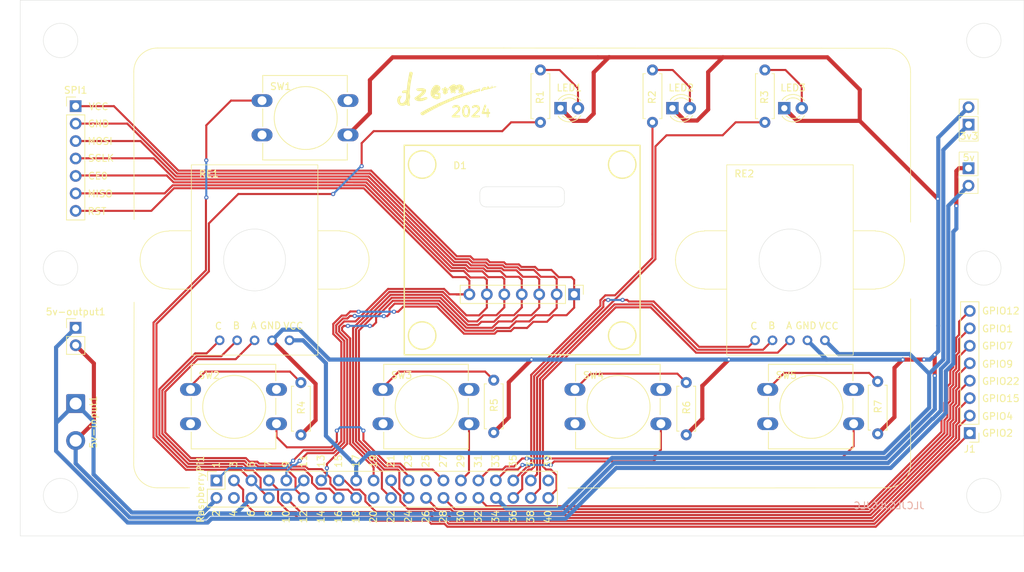
<source format=kicad_pcb>
(kicad_pcb (version 20221018) (generator pcbnew)
  (layers (0 "F.Cu" signal) (31 "B.Cu" signal) (34 "B.Paste" user) (35 "F.Paste" user) (36 "B.SilkS" user "B.Silkscreen") (37 "F.SilkS" user "F.Silkscreen") (38 "B.Mask" user) (39 "F.Mask" user) (44 "Edge.Cuts" user))
  (net 0 "")
  (net 1 "GND")
  (net 2 "/3v3")
  (net 5 "Net-(LED3-A)")
  (net 6 "Net-(R4-Pad2)")
  (net 9 "Net-(R5-Pad2)")
  (net 12 "Net-(R6-Pad2)")
  (net 15 "Net-(R7-Pad2)")
  (net 18 "Net-(5v-input1-Pin_1)")
  (net 19 "Net-(J1-Pin_2)")
  (net 20 "Net-(J1-Pin_1)")
  (net 21 "Net-(J1-Pin_3)")
  (net 22 "Net-(J1-Pin_4)")
  (net 23 "Net-(J1-Pin_5)")
  (net 24 "Net-(RaspberryPi1-Pin_24)")
  (net 25 "Net-(RaspberryPi1-Pin_9)")
  (net 26 "Net-(RaspberryPi1-Pin_22)")
  (net 27 "Net-(RaspberryPi1-Pin_19)")
  (net 28 "Net-(RaspberryPi1-Pin_13)")
  (net 29 "Net-(RaspberryPi1-Pin_23)")
  (net 30 "Net-(RaspberryPi1-Pin_1)")
  (net 31 "Net-(J1-Pin_6)")
  (net 32 "Net-(RaspberryPi1-Pin_35)")
  (net 33 "Net-(RaspberryPi1-Pin_37)")
  (net 34 "Net-(J1-Pin_7)")
  (net 36 "Net-(RaspberryPi1-Pin_11)")
  (net 37 "Net-(J1-Pin_8)")
  (net 38 "Net-(RaspberryPi1-Pin_8)")
  (net 39 "Net-(RaspberryPi1-Pin_12)")
  (net 41 "Net-(RaspberryPi1-Pin_16)")
  (net 42 "Net-(RaspberryPi1-Pin_18)")
  (net 44 "Net-(RaspberryPi1-Pin_27)")
  (net 45 "Net-(RaspberryPi1-Pin_29)")
  (net 47 "Net-(RaspberryPi1-Pin_31)")
  (net 48 "Net-(RaspberryPi1-Pin_33)")
  (net 50 "Net-(RaspberryPi1-Pin_36)")
  (net 51 "Net-(RaspberryPi1-Pin_38)")
  (net 53 "Net-(RaspberryPi1-Pin_40)")
  (net 54 "Net-(LED1-A)")
  (net 55 "Net-(LED2-A)")
  (net 56 "/GND1")
  (footprint "DZEM:R_Axial_DIN0207_L6.3mm_D2.5mm_P7.62mm_Horizontal" (layer "F.Cu") (at 159.9 67.49 -90)
    (fp_text reference "R2")
    (fp_text value "R")
  )
  (footprint "DZEM:R_Axial_DIN0207_L6.3mm_D2.5mm_P7.62mm_Horizontal" (layer "F.Cu") (at 164.81 120.61 90)
    (fp_text reference "R6")
    (fp_text value "1,2kOhm")
  )
  (footprint "DZEM:SW_PUSH-12mm" (layer "F.Cu") (at 92.71 114)
    (fp_text reference "SW2")
    (fp_text value "SW_MEC_5E")
  )
  (footprint "DZEM:LED_D3.0mm" (layer "F.Cu") (at 179.075 73.05)
    (fp_text reference "LED3")
    (fp_text value "LED")
  )
  (footprint "DZEM:LED_D3.0mm" (layer "F.Cu") (at 146.525 73.05)
    (fp_text reference "LED1")
    (fp_text value "LED")
  )
  (footprint "Connector_Wire:SolderWire-1sqmm_1x02_P5.4mm_D1.4mm_OD2.7mm" (layer "F.Cu") (at 76 116.05 -90)
    (fp_text reference "5v-input1")
    (fp_text value "Conn_01x02")
  )
  (footprint "DZEM:4-pins_power_connector" (layer "F.Cu") (at 206 76.81)
    (fp_text reference "power-out1" hide)
    (fp_text value "Conn_01x04")
  )
  (footprint "DZEM:EC11 Rotary Encoder" (layer "F.Cu") (at 102.025 95.15)
    (fp_text reference "RE1")
    (fp_text value "~")
    (fp_circle (center 0 0) (end 4.5 0.01) (stroke (width 0.05)) (fill none) (layer "Edge.Cuts"))
  )
  (footprint "DZEM:R_Axial_DIN0207_L6.3mm_D2.5mm_P7.62mm_Horizontal" (layer "F.Cu") (at 176.25 67.49 -90)
    (fp_text reference "R3")
    (fp_text value "R")
  )
  (footprint "DZEM:R_Axial_DIN0207_L6.3mm_D2.5mm_P7.62mm_Horizontal" (layer "F.Cu") (at 136.81 120.27 90)
    (fp_text reference "R5")
    (fp_text value "1,2kOhm")
  )
  (footprint "DZEM:Waveshare 1.32inch OLED Display Module" (layer "F.Cu") (at 123.7975 78.4575)
    (fp_text reference "D1")
    (fp_text value "~")
    (fp_line (start 11.000396 6.936396) (end 11.000396 8.063604) (stroke (width 0.05)) (layer "Edge.Cuts"))
    (fp_line (start 11.900396 8.963604) (end 22.4 8.963604) (stroke (width 0.05)) (layer "Edge.Cuts"))
    (fp_line (start 22.4 6.036396) (end 11.900396 6.036396) (stroke (width 0.05)) (layer "Edge.Cuts"))
    (fp_line (start 23.3 8.063604) (end 23.3 6.936396) (stroke (width 0.05)) (layer "Edge.Cuts"))
    (fp_arc (start 11.000396 6.936396) (mid 11.264 6.3) (end 11.900396 6.036396) (stroke (width 0.05)) (layer "Edge.Cuts"))
    (fp_arc (start 11.900396 8.963604) (mid 11.264 8.7) (end 11.000396 8.063604) (stroke (width 0.05)) (layer "Edge.Cuts"))
    (fp_arc (start 22.4 6.036396) (mid 23.036398 6.3) (end 23.3 6.936396) (stroke (width 0.05)) (layer "Edge.Cuts"))
    (fp_arc (start 23.3 8.063604) (mid 23.036396 8.7) (end 22.4 8.963604) (stroke (width 0.05)) (layer "Edge.Cuts"))
  )
  (footprint "DZEM:LED_D3.0mm" (layer "F.Cu") (at 162.8 73.05)
    (fp_text reference "LED2")
    (fp_text value "LED")
  )
  (footprint "DZEM:PinHeader_1x07_P2.54mm_4(+1)-wire_SPI" (layer "F.Cu") (at 76 72.76)
    (fp_text reference "SPI1")
    (fp_text value "Conn_01x07_4(+1)-wire_SPI")
  )
  (footprint "DZEM:R_Axial_DIN0207_L6.3mm_D2.5mm_P7.62mm_Horizontal" (layer "F.Cu") (at 192.66 120.46 90)
    (fp_text reference "R7")
    (fp_text value "1,2kOhm")
  )
  (footprint "DZEM:SW_PUSH-12mm" (layer "F.Cu") (at 176.66 114)
    (fp_text reference "SW5")
    (fp_text value "SW_MEC_5E")
  )
  (footprint "DZEM:SW_PUSH-12mm" (layer "F.Cu") (at 148.62 114)
    (fp_text reference "SW4")
    (fp_text value "SW_MEC_5E")
  )
  (footprint "DZEM:R_Axial_DIN0207_L6.3mm_D2.5mm_P7.62mm_Horizontal" (layer "F.Cu") (at 108.76 120.62 90)
    (fp_text reference "R4")
    (fp_text value "1,2kOhm")
  )
  (footprint "DZEM:dzem-sig" (layer "F.Cu") (at 130.15 70.925)
    (fp_text reference "G***")
    (fp_text value "LOGO" hide)
  )
  (footprint "DZEM:R_Axial_DIN0207_L6.3mm_D2.5mm_P7.62mm_Horizontal" (layer "F.Cu") (at 143.6 67.49 -90)
    (fp_text reference "R1")
    (fp_text value "R")
  )
  (footprint "DZEM:SW_PUSH-12mm" (layer "F.Cu") (at 120.71 114)
    (fp_text reference "SW3")
    (fp_text value "SW_MEC_5E")
  )
  (footprint "DZEM:PinHeader_RaspberryPi_reversed" (layer "F.Cu") (at 96.48 127.25 90)
    (fp_text reference "RaspberryPi1")
    (fp_text value "Conn_02x20_reversed_raspberry")
  )
  (footprint "DZEM:EC11 Rotary Encoder" (layer "F.Cu") (at 179.9 95.15)
    (fp_text reference "RE2")
    (fp_text value "~")
    (fp_circle (center 0 0) (end 4.5 0.01) (stroke (width 0.05)) (fill none) (layer "Edge.Cuts"))
  )
  (footprint "Connector_PinHeader_2.54mm:PinHeader_1x02_P2.54mm_Vertical" (layer "F.Cu") (at 76 105.025)
    (fp_text reference "5v-output1")
    (fp_text value "Conn_01x02")
  )
  (footprint "Connector_PinHeader_2.54mm:PinHeader_1x08_P2.54mm_Vertical" (layer "F.Cu") (at 206.05 120.35 180)
    (fp_text reference "J1")
    (fp_text value "Conn_01x08")
  )
  (footprint "DZEM:SW_PUSH-12mm" (layer "F.Cu") (at 103.11 71.95)
    (fp_text reference "SW1")
    (fp_text value "SW_MEC_5E")
  )
  (gr_line (start 84.5 89.25) (end 84.45 67.75) (stroke (width 0.1)) (layer "F.SilkS"))
  (gr_line (start 84.443649 124.874806) (end 84.5 101.3) (stroke (width 0.1)) (layer "F.SilkS"))
  (gr_line (start 193.993682 128.32619) (end 147.6 128.35) (stroke (width 0.1)) (layer "F.SilkS"))
  (gr_line (start 197.443682 89.65) (end 197.438555 67.779642) (stroke (width 0.1)) (layer "F.SilkS"))
  (gr_arc (start 193.988555 64.329642) (mid 196.428073 65.340124) (end 197.438555 67.779642) (stroke (width 0.1)) (layer "F.SilkS"))
  (gr_arc (start 197.443682 124.87619) (mid 196.433214 127.315722) (end 193.993682 128.32619) (stroke (width 0.1)) (layer "F.SilkS"))
  (gr_line (start 197.443682 124.87619) (end 197.45 100.8) (stroke (width 0.1)) (layer "F.SilkS"))
  (gr_line (start 87.893649 128.324806) (end 92.55 128.32135) (stroke (width 0.1)) (layer "F.SilkS"))
  (gr_line (start 87.9 64.3) (end 138.25 64.3) (stroke (width 0.1)) (layer "F.SilkS"))
  (gr_arc (start 84.45 67.75) (mid 85.460468 65.310468) (end 87.9 64.3) (stroke (width 0.1)) (layer "F.SilkS"))
  (gr_line (start 193.988555 64.329642) (end 138.25 64.3) (stroke (width 0.1)) (layer "F.SilkS"))
  (gr_arc (start 87.893649 128.324806) (mid 85.454117 127.314338) (end 84.443649 124.874806) (stroke (width 0.1)) (layer "F.SilkS"))
  (gr_rect (start 67.94 57.33) (end 213.94 135.33) (stroke (width 0.05)) (fill none) (layer "Edge.Cuts"))
  (gr_circle (center 208.1 63.2) (end 210.6 63.2) (stroke (width 0.05)) (fill none) (layer "Edge.Cuts"))
  (gr_circle (center 73.8 129.45) (end 76.3 129.45) (stroke (width 0.05)) (fill none) (layer "Edge.Cuts"))
  (gr_circle (center 73.8 96.325) (end 76.3 96.325) (stroke (width 0.05)) (fill none) (layer "Edge.Cuts"))
  (gr_circle (center 73.8 63.2) (end 76.3 63.2) (stroke (width 0.05)) (fill none) (layer "Edge.Cuts"))
  (gr_circle (center 208.1 96.325) (end 210.6 96.325) (stroke (width 0.05)) (fill none) (layer "Edge.Cuts"))
  (gr_circle (center 208.1 129.45) (end 210.6 129.45) (stroke (width 0.05)) (fill none) (layer "Edge.Cuts"))
  (gr_text "JLCJLCJLCJLC" (at 199.55 131.5) (layer "B.SilkS") (effects (font (size 1 1)) (justify left bottom mirror)))
  (gr_text "GPIO7" (at 207.75 108.25) (layer "F.SilkS") (effects (font (size 1 1)) (justify left bottom)))
  (gr_text "2024" (at 130.45 74.45) (layer "F.SilkS") (effects (font (size 1.5 1.5) (thickness 0.3) bold) (justify left bottom)))
  (gr_text "GPIO12" (at 207.75 103.15) (layer "F.SilkS") (effects (font (size 1 1)) (justify left bottom)))
  (gr_text "GPIO15" (at 207.75 115.9) (layer "F.SilkS") (effects (font (size 1 1)) (justify left bottom)))
  (gr_text "GPIO2" (at 207.75 120.95) (layer "F.SilkS") (effects (font (size 1 1)) (justify left bottom)))
  (gr_text "GPIO1" (at 207.75 105.75) (layer "F.SilkS") (effects (font (size 1 1)) (justify left bottom)))
  (gr_text "GPIO9" (at 207.75 110.9) (layer "F.SilkS") (effects (font (size 1 1)) (justify left bottom)))
  (gr_text "GPIO4" (at 207.75 118.5) (layer "F.SilkS") (effects (font (size 1 1)) (justify left bottom)))
  (gr_text "GPIO22" (at 207.75 113.4) (layer "F.SilkS") (effects (font (size 1 1)) (justify left bottom)))
  (segment (start 148.375 74.9) (end 150.3 74.9) (width 0.6) (layer "F.Cu") (net 1))
  (segment (start 137.12 129.79) (end 137.26 129.79) (width 0.6) (layer "F.Cu") (net 1))
  (segment (start 153.55 65.65) (end 153.65 65.65) (width 0.6) (layer "F.Cu") (net 1))
  (segment (start 199.4 109.65) (end 199.35 109.65) (width 0.6) (layer "F.Cu") (net 1))
  (segment (start 167.15 118.27) (end 164.81 120.61) (width 0.6) (layer "F.Cu") (net 1))
  (segment (start 137.26 129.79) (end 137.3 129.75) (width 0.6) (layer "F.Cu") (net 1))
  (segment (start 180.925 74.9) (end 190.05 74.9) (width 0.6) (layer "F.Cu") (net 1))
  (segment (start 179.075 73.05) (end 180.925 74.9) (width 0.6) (layer "F.Cu") (net 1))
  (segment (start 167.15 113.45) (end 167.2 113.45) (width 0.6) (layer "F.Cu") (net 1))
  (segment (start 196.3 109.65) (end 195.1 110.85) (width 0.6) (layer "F.Cu") (net 1))
  (segment (start 150.3 74.9) (end 151.35 73.85) (width 0.6) (layer "F.Cu") (net 1))
  (segment (start 195.1 110.85) (end 195.1 118.02) (width 0.6) (layer "F.Cu") (net 1))
  (segment (start 139 112.95) (end 139 118.08) (width 0.6) (layer "F.Cu") (net 1))
  (segment (start 190.05 70.35) (end 185.35 65.65) (width 0.6) (layer "F.Cu") (net 1))
  (segment (start 200.95 112) (end 200.965686 112.015686) (width 0.6) (layer "F.Cu") (net 1))
  (segment (start 139 118.08) (end 136.81 120.27) (width 0.6) (layer "F.Cu") (net 1))
  (segment (start 110.9 113.185) (end 104.565 106.85) (width 0.6) (layer "F.Cu") (net 1))
  (segment (start 168 67.8) (end 168 73.25) (width 0.6) (layer "F.Cu") (net 1))
  (segment (start 164.6 74.85) (end 162.8 73.05) (width 0.6) (layer "F.Cu") (net 1))
  (segment (start 166.4 74.85) (end 168 73.25) (width 0.6) (layer "F.Cu") (net 1))
  (segment (start 167.15 118.27) (end 167.15 113.45) (width 0.6) (layer "F.Cu") (net 1))
  (segment (start 196.3 109.65) (end 199.4 109.65) (width 0.6) (layer "F.Cu") (net 1))
  (segment (start 118.8 73.76) (end 115.61 76.95) (width 0.6) (layer "F.Cu") (net 1))
  (segment (start 151.35 67.85) (end 153.55 65.65) (width 0.6) (layer "F.Cu") (net 1))
  (segment (start 164.6 74.85) (end 166.4 74.85) (width 0.6) (layer "F.Cu") (net 1))
  (segment (start 200.95 108.95) (end 200.95 112) (width 0.6) (layer "F.Cu") (net 1))
  (segment (start 190.05 74.9) (end 190.05 70.35) (width 0.6) (layer "F.Cu") (net 1))
  (segment (start 170.15 65.65) (end 168 67.8) (width 0.6) (layer "F.Cu") (net 1))
  (segment (start 151.95 65.65) (end 122.1 65.65) (width 0.6) (layer "F.Cu") (net 1))
  (segment (start 146.525 73.05) (end 148.375 74.9) (width 0.6) (layer "F.Cu") (net 1))
  (segment (start 170.15 65.65) (end 153.65 65.65) (width 0.6) (layer "F.Cu") (net 1))
  (segment (start 167.2 113.45) (end 171 109.65) (width 0.6) (layer "F.Cu") (net 1))
  (segment (start 151.35 73.85) (end 151.35 67.85) (width 0.6) (layer "F.Cu") (net 1))
  (segment (start 142.3 109.65) (end 139 112.95) (width 0.6) (layer "F.Cu") (net 1))
  (segment (start 185.35 65.65) (end 170.15 65.65) (width 0.6) (layer "F.Cu") (net 1))
  (segment (start 122.1 65.65) (end 118.8 68.95) (width 0.6) (layer "F.Cu") (net 1))
  (segment (start 118.8 68.95) (end 118.8 73.76) (width 0.6) (layer "F.Cu") (net 1))
  (segment (start 201.4 86.25) (end 190.05 74.9) (width 0.6) (layer "F.Cu") (net 1))
  (segment (start 153.65 65.65) (end 151.95 65.65) (width 0.6) (layer "F.Cu") (net 1))
  (segment (start 195.1 118.02) (end 192.66 120.46) (width 0.6) (layer "F.Cu") (net 1))
  (segment (start 110.9 118.48) (end 108.76 120.62) (width 0.6) (layer "F.Cu") (net 1))
  (segment (start 110.9 118.48) (end 110.9 113.185) (width 0.6) (layer "F.Cu") (net 1))
  (via (at 199.4 109.65) (size 0.6) (drill 0.3) (layers "F.Cu" "B.Cu") (net 1))
  (via (at 142.3 109.65) (size 0.6) (drill 0.3) (layers "F.Cu" "B.Cu") (net 1))
  (via (at 200.965686 112.015686) (size 0.6) (drill 0.3) (layers "F.Cu" "B.Cu") (net 1))
  (via (at 171 109.65) (size 0.6) (drill 0.3) (layers "F.Cu" "B.Cu") (net 1))
  (via (at 200.95 108.95) (size 0.6) (drill 0.3) (layers "F.Cu" "B.Cu") (net 1))
  (via (at 196.3 109.65) (size 0.6) (drill 0.3) (layers "F.Cu" "B.Cu") (net 1))
  (via (at 201.4 86.25) (size 0.6) (drill 0.3) (layers "F.Cu" "B.Cu") (net 1))
  (segment (start 200.25 109.65) (end 200.95 108.95) (width 0.6) (layer "B.Cu") (net 1))
  (segment (start 200.965686 112.015686) (end 200.965686 116.884314) (width 0.6) (layer "B.Cu") (net 1))
  (segment (start 185.2 109.61) (end 182.44 106.85) (width 0.6) (layer "B.Cu") (net 1))
  (segment (start 185.2 109.65) (end 185.2 109.61) (width 0.6) (layer "B.Cu") (net 1))
  (segment (start 146.7 131.3) (end 138.63 131.3) (width 0.6) (layer "B.Cu") (net 1))
  (segment (start 108.55 105.3) (end 112.9 109.65) (width 0.6) (layer "B.Cu") (net 1))
  (segment (start 201.473 108.427) (end 201.473 104.727) (width 0.6) (layer "B.Cu") (net 1))
  (segment (start 171 109.65) (end 185.2 109.65) (width 0.6) (layer "B.Cu") (net 1))
  (segment (start 196.3 109.65) (end 185.24 109.65) (width 0.6) (layer "B.Cu") (net 1))
  (segment (start 200.965686 116.884314) (end 193.873 123.977) (width 0.6) (layer "B.Cu") (net 1))
  (segment (start 106.115 105.3) (end 108.55 105.3) (width 0.6) (layer "B.Cu") (net 1))
  (segment (start 196.304 109.65) (end 196.3 109.65) (width 0.6) (layer "B.Cu") (net 1))
  (segment (start 193.873 123.977) (end 154.023 123.977) (width 0.6) (layer "B.Cu") (net 1))
  (segment (start 199.45 109.65) (end 200.25 109.65) (width 0.6) (layer "B.Cu") (net 1))
  (segment (start 201.473 77.317) (end 205.88 72.91) (width 0.6) (layer "B.Cu") (net 1))
  (segment (start 185.24 109.65) (end 185.2 109.61) (width 0.6) (layer "B.Cu") (net 1))
  (segment (start 154.023 123.977) (end 146.7 131.3) (width 0.6) (layer "B.Cu") (net 1))
  (segment (start 138.63 131.3) (end 137.12 129.79) (width 0.6) (layer "B.Cu") (net 1))
  (segment (start 201.473 104.727) (end 201.473 77.317) (width 0.6) (layer "B.Cu") (net 1))
  (segment (start 171 109.65) (end 142.3 109.65) (width 0.6) (layer "B.Cu") (net 1))
  (segment (start 200.95 108.95) (end 201.473 108.427) (width 0.6) (layer "B.Cu") (net 1))
  (segment (start 112.9 109.65) (end 142.3 109.65) (width 0.6) (layer "B.Cu") (net 1))
  (segment (start 104.565 106.85) (end 106.115 105.3) (width 0.6) (layer "B.Cu") (net 1))
  (segment (start 118.7 123.25) (end 116.8 125.15) (width 0.6) (layer "B.Cu") (net 2))
  (segment (start 109.071866 106.85) (end 112.4 110.178134) (width 0.6) (layer "B.Cu") (net 2))
  (segment (start 202.2 109.65) (end 200.15 111.7) (width 0.6) (layer "B.Cu") (net 2))
  (segment (start 184.98 106.85) (end 186.98 108.85) (width 0.6) (layer "B.Cu") (net 2))
  (segment (start 112.4 110.178134) (end 112.4 120.75) (width 0.6) (layer "B.Cu") (net 2))
  (segment (start 202.2 79.13) (end 202.2 109.65) (width 0.6) (layer "B.Cu") (net 2))
  (segment (start 112.4 120.75) (end 116.8 125.15) (width 0.6) (layer "B.Cu") (net 2))
  (segment (start 200.15 116.671866) (end 193.571866 123.25) (width 0.6) (layer "B.Cu") (net 2))
  (segment (start 197.3 108.85) (end 200.15 111.7) (width 0.6) (layer "B.Cu") (net 2))
  (segment (start 186.98 108.85) (end 197.3 108.85) (width 0.6) (layer "B.Cu") (net 2))
  (segment (start 193.571866 123.25) (end 118.7 123.25) (width 0.6) (layer "B.Cu") (net 2))
  (segment (start 116.8 127.25) (end 116.8 125.15) (width 0.6) (layer "B.Cu") (net 2))
  (segment (start 200.15 111.7) (end 200.15 116.671866) (width 0.6) (layer "B.Cu") (net 2))
  (segment (start 205.88 75.45) (end 202.2 79.13) (width 0.6) (layer "B.Cu") (net 2))
  (segment (start 107.105 106.85) (end 109.071866 106.85) (width 0.6) (layer "B.Cu") (net 2))
  (segment (start 179.24 67.49) (end 181.615 69.865) (width 0.3) (layer "F.Cu") (net 5))
  (segment (start 176.25 67.49) (end 179.24 67.49) (width 0.3) (layer "F.Cu") (net 5))
  (segment (start 181.615 69.865) (end 181.615 73.05) (width 0.3) (layer "F.Cu") (net 5))
  (segment (start 107.16 111.4) (end 94.85 111.4) (width 0.3) (layer "F.Cu") (net 6))
  (segment (start 92.71 113.54) (end 92.71 114) (width 0.3) (layer "F.Cu") (net 6))
  (segment (start 108.76 113) (end 107.16 111.4) (width 0.3) (layer "F.Cu") (net 6))
  (segment (start 94.85 111.4) (end 92.71 113.54) (width 0.3) (layer "F.Cu") (net 6))
  (segment (start 120.71 113.69) (end 120.71 114) (width 0.3) (layer "F.Cu") (net 9))
  (segment (start 135.56 111.4) (end 123 111.4) (width 0.3) (layer "F.Cu") (net 9))
  (segment (start 136.81 112.65) (end 135.56 111.4) (width 0.3) (layer "F.Cu") (net 9))
  (segment (start 123 111.4) (end 120.71 113.69) (width 0.3) (layer "F.Cu") (net 9))
  (segment (start 150.87 111.75) (end 148.62 114) (width 0.3) (layer "F.Cu") (net 12))
  (segment (start 152.5 111.7) (end 152.45 111.75) (width 0.3) (layer "F.Cu") (net 12))
  (segment (start 164.81 112.99) (end 163.52 111.7) (width 0.3) (layer "F.Cu") (net 12))
  (segment (start 152.45 111.75) (end 150.87 111.75) (width 0.3) (layer "F.Cu") (net 12))
  (segment (start 163.52 111.7) (end 152.5 111.7) (width 0.3) (layer "F.Cu") (net 12))
  (segment (start 179.06 111.6) (end 176.66 114) (width 0.3) (layer "F.Cu") (net 15))
  (segment (start 191.42 111.6) (end 179.06 111.6) (width 0.3) (layer "F.Cu") (net 15))
  (segment (start 192.66 112.84) (end 191.42 111.6) (width 0.3) (layer "F.Cu") (net 15))
  (segment (start 96.48 129.79) (end 96.48 129.97) (width 0.6) (layer "F.Cu") (net 18))
  (segment (start 76.85 116.05) (end 76 116.05) (width 0.6) (layer "F.Cu") (net 18))
  (segment (start 204.51 81.79) (end 205.87 81.79) (width 0.6) (layer "F.Cu") (net 18))
  (segment (start 204.1 82.2) (end 204.51 81.79) (width 0.6) (layer "F.Cu") (net 18))
  (segment (start 204.1 87.3) (end 204.1 82.2) (width 0.6) (layer "F.Cu") (net 18))
  (via (at 204.1 87.3) (size 0.6) (drill 0.3) (layers "F.Cu" "B.Cu") (net 18))
  (segment (start 203.654 91.046) (end 203.654 110.252266) (width 0.6) (layer "B.Cu") (net 18))
  (segment (start 73.15 118.9) (end 73.15 107.875) (width 0.6) (layer "B.Cu") (net 18))
  (segment (start 203.654 110.252266) (end 202.577 111.329267) (width 0.6) (layer "B.Cu") (net 18))
  (segment (start 83.567495 133.377) (end 73.15 122.959505) (width 0.6) (layer "B.Cu") (net 18))
  (segment (start 202.577 117.401134) (end 194.547134 125.431) (width 0.6) (layer "B.Cu") (net 18))
  (segment (start 204.1 87.3) (end 204.1 90.6) (width 0.6) (layer "B.Cu") (net 18))
  (segment (start 95.751134 132.827) (end 95.201134 133.377) (width 0.6) (layer "B.Cu") (net 18))
  (segment (start 78.6 118.65) (end 76 116.05) (width 0.6) (layer "B.Cu") (net 18))
  (segment (start 194.547134 125.431) (end 154.625268 125.431) (width 0.6) (layer "B.Cu") (net 18))
  (segment (start 73.15 122.959505) (end 73.15 118.9) (width 0.6) (layer "B.Cu") (net 18))
  (segment (start 204.1 90.6) (end 203.654 91.046) (width 0.6) (layer "B.Cu") (net 18))
  (segment (start 96.48 129.97) (end 94.527 131.923) (width 0.6) (layer "B.Cu") (net 18))
  (segment (start 154.625268 125.431) (end 147.229268 132.827) (width 0.6) (layer "B.Cu") (net 18))
  (segment (start 73.15 107.875) (end 76 105.025) (width 0.6) (layer "B.Cu") (net 18))
  (segment (start 95.201134 133.377) (end 83.567495 133.377) (width 0.6) (layer "B.Cu") (net 18))
  (segment (start 94.527 131.923) (end 84.169763 131.923) (width 0.6) (layer "B.Cu") (net 18))
  (segment (start 84.169763 131.923) (end 78.6 126.353237) (width 0.6) (layer "B.Cu") (net 18))
  (segment (start 78.6 126.353237) (end 78.6 118.65) (width 0.6) (layer "B.Cu") (net 18))
  (segment (start 202.577 111.329267) (end 202.577 117.401134) (width 0.6) (layer "B.Cu") (net 18))
  (segment (start 147.229268 132.827) (end 95.751134 132.827) (width 0.6) (layer "B.Cu") (net 18))
  (segment (start 73.15 118.9) (end 76 116.05) (width 0.6) (layer "B.Cu") (net 18))
  (segment (start 204.5 119.36) (end 206.05 117.81) (width 0.3) (layer "F.Cu") (net 19))
  (segment (start 127.885524 133.131) (end 129.821654 133.131) (width 0.3) (layer "F.Cu") (net 19))
  (segment (start 130.252655 133.562) (end 192.19574 133.562) (width 0.3) (layer "F.Cu") (net 19))
  (segment (start 105.44 128.59) (end 105.44 130.287057) (width 0.3) (layer "F.Cu") (net 19))
  (segment (start 107.002943 131.85) (end 108.09613 131.85) (width 0.3) (layer "F.Cu") (net 19))
  (segment (start 129.821654 133.131) (end 130.252655 133.562) (width 0.3) (layer "F.Cu") (net 19))
  (segment (start 104.1 127.25) (end 105.44 128.59) (width 0.3) (layer "F.Cu") (net 19))
  (segment (start 127.435523 132.681) (end 127.885524 133.131) (width 0.3) (layer "F.Cu") (net 19))
  (segment (start 192.19574 133.562) (end 204.5 121.25774) (width 0.3) (layer "F.Cu") (net 19))
  (segment (start 108.09613 131.85) (end 108.523131 132.277) (width 0.3) (layer "F.Cu") (net 19))
  (segment (start 204.5 121.25774) (end 204.5 119.36) (width 0.3) (layer "F.Cu") (net 19))
  (segment (start 108.523131 132.277) (end 118.919262 132.277) (width 0.3) (layer "F.Cu") (net 19))
  (segment (start 118.919262 132.277) (end 119.323262 132.681) (width 0.3) (layer "F.Cu") (net 19))
  (segment (start 105.44 130.287057) (end 107.002943 131.85) (width 0.3) (layer "F.Cu") (net 19))
  (segment (start 119.323262 132.681) (end 127.435523 132.681) (width 0.3) (layer "F.Cu") (net 19))
  (segment (start 101.922943 131.85) (end 106.399073 131.85) (width 0.3) (layer "F.Cu") (net 20))
  (segment (start 192.37261 133.989) (end 203.85 122.51161) (width 0.3) (layer "F.Cu") (net 20))
  (segment (start 108.346262 132.704) (end 118.742392 132.704) (width 0.3) (layer "F.Cu") (net 20))
  (segment (start 203.88839 122.51161) (end 206.05 120.35) (width 0.3) (layer "F.Cu") (net 20))
  (segment (start 119.146393 133.108) (end 127.258654 133.108) (width 0.3) (layer "F.Cu") (net 20))
  (segment (start 130.075786 133.989) (end 192.37261 133.989) (width 0.3) (layer "F.Cu") (net 20))
  (segment (start 107.919261 132.277) (end 108.346262 132.704) (width 0.3) (layer "F.Cu") (net 20))
  (segment (start 99.02 127.25) (end 100.36 128.59) (width 0.3) (layer "F.Cu") (net 20))
  (segment (start 127.258654 133.108) (end 127.708655 133.558) (width 0.3) (layer "F.Cu") (net 20))
  (segment (start 106.826074 132.277) (end 107.919261 132.277) (width 0.3) (layer "F.Cu") (net 20))
  (segment (start 106.399073 131.85) (end 106.826074 132.277) (width 0.3) (layer "F.Cu") (net 20))
  (segment (start 118.742392 132.704) (end 119.146393 133.108) (width 0.3) (layer "F.Cu") (net 20))
  (segment (start 127.708655 133.558) (end 129.644785 133.558) (width 0.3) (layer "F.Cu") (net 20))
  (segment (start 100.36 128.59) (end 100.36 130.287057) (width 0.3) (layer "F.Cu") (net 20))
  (segment (start 203.85 122.51161) (end 203.88839 122.51161) (width 0.3) (layer "F.Cu") (net 20))
  (segment (start 100.36 130.287057) (end 101.922943 131.85) (width 0.3) (layer "F.Cu") (net 20))
  (segment (start 129.644785 133.558) (end 130.075786 133.989) (width 0.3) (layer "F.Cu") (net 20))
  (segment (start 204.073 119.18313) (end 204.5 118.75613) (width 0.3) (layer "F.Cu") (net 21))
  (segment (start 127.612393 132.254) (end 128.062393 132.704) (width 0.3) (layer "F.Cu") (net 21))
  (segment (start 204.5 116.82) (end 206.05 115.27) (width 0.3) (layer "F.Cu") (net 21))
  (segment (start 119.500131 132.254) (end 127.612393 132.254) (width 0.3) (layer "F.Cu") (net 21))
  (segment (start 108.7 131.85) (end 119.09613 131.85) (width 0.3) (layer "F.Cu") (net 21))
  (segment (start 129.998523 132.704) (end 130.429524 133.135) (width 0.3) (layer "F.Cu") (net 21))
  (segment (start 119.09613 131.85) (end 119.500131 132.254) (width 0.3) (layer "F.Cu") (net 21))
  (segment (start 128.062393 132.704) (end 129.998523 132.704) (width 0.3) (layer "F.Cu") (net 21))
  (segment (start 204.073 121.077) (end 204.073 119.18313) (width 0.3) (layer "F.Cu") (net 21))
  (segment (start 106.64 129.79) (end 108.7 131.85) (width 0.3) (layer "F.Cu") (net 21))
  (segment (start 130.429524 133.135) (end 192.015 133.135) (width 0.3) (layer "F.Cu") (net 21))
  (segment (start 192.015 133.135) (end 204.073 121.077) (width 0.3) (layer "F.Cu") (net 21))
  (segment (start 204.5 118.75613) (end 204.5 116.82) (width 0.3) (layer "F.Cu") (net 21))
  (segment (start 191.807479 132.708) (end 203.646 120.869479) (width 0.3) (layer "F.Cu") (net 22))
  (segment (start 115.102943 127.25) (end 116.442943 128.59) (width 0.3) (layer "F.Cu") (net 22))
  (segment (start 127.789261 131.827) (end 128.239262 132.277) (width 0.3) (layer "F.Cu") (net 22))
  (segment (start 203.646 119.00626) (end 204.073 118.57926) (width 0.3) (layer "F.Cu") (net 22))
  (segment (start 118.14 129.432943) (end 118.14 130.29) (width 0.3) (layer "F.Cu") (net 22))
  (segment (start 116.442943 128.59) (end 117.297057 128.59) (width 0.3) (layer "F.Cu") (net 22))
  (segment (start 204.5 114.28) (end 206.05 112.73) (width 0.3) (layer "F.Cu") (net 22))
  (segment (start 117.297057 128.59) (end 118.14 129.432943) (width 0.3) (layer "F.Cu") (net 22))
  (segment (start 204.073 116.64313) (end 204.5 116.21613) (width 0.3) (layer "F.Cu") (net 22))
  (segment (start 130.175392 132.277) (end 130.606393 132.708) (width 0.3) (layer "F.Cu") (net 22))
  (segment (start 128.239262 132.277) (end 130.175392 132.277) (width 0.3) (layer "F.Cu") (net 22))
  (segment (start 130.606393 132.708) (end 191.807479 132.708) (width 0.3) (layer "F.Cu") (net 22))
  (segment (start 204.073 118.57926) (end 204.073 116.64313) (width 0.3) (layer "F.Cu") (net 22))
  (segment (start 119.677 131.827) (end 127.789261 131.827) (width 0.3) (layer "F.Cu") (net 22))
  (segment (start 118.14 130.29) (end 119.677 131.827) (width 0.3) (layer "F.Cu") (net 22))
  (segment (start 203.646 120.869479) (end 203.646 119.00626) (width 0.3) (layer "F.Cu") (net 22))
  (segment (start 204.5 116.21613) (end 204.5 114.28) (width 0.3) (layer "F.Cu") (net 22))
  (segment (start 114.26 127.25) (end 115.102943 127.25) (width 0.3) (layer "F.Cu") (net 22))
  (segment (start 130.352261 131.85) (end 130.783262 132.281) (width 0.3) (layer "F.Cu") (net 23))
  (segment (start 203.219 118.82939) (end 203.646 118.40239) (width 0.3) (layer "F.Cu") (net 23))
  (segment (start 123.22 130.287057) (end 124.332943 131.4) (width 0.3) (layer "F.Cu") (net 23))
  (segment (start 123.22 129.432943) (end 123.22 130.287057) (width 0.3) (layer "F.Cu") (net 23))
  (segment (start 204.073 114.10313) (end 204.5 113.67613) (width 0.3) (layer "F.Cu") (net 23))
  (segment (start 204.5 111.74) (end 206.05 110.19) (width 0.3) (layer "F.Cu") (net 23))
  (segment (start 204.5 113.67613) (end 204.5 111.74) (width 0.3) (layer "F.Cu") (net 23))
  (segment (start 127.96613 131.4) (end 128.416131 131.85) (width 0.3) (layer "F.Cu") (net 23))
  (segment (start 204.073 116.03926) (end 204.073 114.10313) (width 0.3) (layer "F.Cu") (net 23))
  (segment (start 130.783262 132.281) (end 191.630609 132.281) (width 0.3) (layer "F.Cu") (net 23))
  (segment (start 191.630609 132.281) (end 203.219 120.692609) (width 0.3) (layer "F.Cu") (net 23))
  (segment (start 121.88 127.25) (end 121.88 128.092943) (width 0.3) (layer "F.Cu") (net 23))
  (segment (start 203.646 116.46626) (end 204.073 116.03926) (width 0.3) (layer "F.Cu") (net 23))
  (segment (start 121.88 128.092943) (end 123.22 129.432943) (width 0.3) (layer "F.Cu") (net 23))
  (segment (start 203.646 118.40239) (end 203.646 116.46626) (width 0.3) (layer "F.Cu") (net 23))
  (segment (start 128.416131 131.85) (end 130.352261 131.85) (width 0.3) (layer "F.Cu") (net 23))
  (segment (start 124.332943 131.4) (end 127.96613 131.4) (width 0.3) (layer "F.Cu") (net 23))
  (segment (start 203.219 120.692609) (end 203.219 118.82939) (width 0.3) (layer "F.Cu") (net 23))
  (segment (start 121.79036 100.227) (end 116.776935 105.240426) (width 0.3) (layer "F.Cu") (net 24))
  (segment (start 138.3475 100.1575) (end 138.3475 102.0525) (width 0.3) (layer "F.Cu") (net 24))
  (segment (start 130.73074 96.323) (end 129.8 95.39226) (width 0.3) (layer "F.Cu") (net 24))
  (segment (start 116.776935 121.573065) (end 120.85387 125.65) (width 0.3) (layer "F.Cu") (net 24))
  (segment (start 123.08 128.45) (end 124.42 129.79) (width 0.3) (layer "F.Cu") (net 24))
  (segment (start 137.2 103.2) (end 135.304999 103.2) (width 0.3) (layer "F.Cu") (net 24))
  (segment (start 134.404999 104.1) (end 133.115478 104.1) (width 0.3) (layer "F.Cu") (net 24))
  (segment (start 90.24626 83.854) (end 89.24226 82.85) (width 0.3) (layer "F.Cu") (net 24))
  (segment (start 129.8 95.39226) (end 118.261739 83.854) (width 0.3) (layer "F.Cu") (net 24))
  (segment (start 120.85387 125.65) (end 122.85 125.65) (width 0.3) (layer "F.Cu") (net 24))
  (segment (start 133.115478 104.1) (end 129.242478 100.227) (width 0.3) (layer "F.Cu") (net 24))
  (segment (start 132.630739 96.323) (end 130.73074 96.323) (width 0.3) (layer "F.Cu") (net 24))
  (segment (start 129.242478 100.227) (end 121.79036 100.227) (width 0.3) (layer "F.Cu") (net 24))
  (segment (start 138.3475 97.9475) (end 138.05 97.65) (width 0.3) (layer "F.Cu") (net 24))
  (segment (start 118.261739 83.854) (end 116.4 83.854) (width 0.3) (layer "F.Cu") (net 24))
  (segment (start 123.08 125.88) (end 123.08 128.45) (width 0.3) (layer "F.Cu") (net 24))
  (segment (start 135.304999 103.2) (end 134.404999 104.1) (width 0.3) (layer "F.Cu") (net 24))
  (segment (start 135.15387 96.8) (end 133.107739 96.8) (width 0.3) (layer "F.Cu") (net 24))
  (segment (start 122.85 125.65) (end 123.08 125.88) (width 0.3) (layer "F.Cu") (net 24))
  (segment (start 117.854 83.854) (end 90.24626 83.854) (width 0.3) (layer "F.Cu") (net 24))
  (segment (start 138.3475 102.0525) (end 137.2 103.2) (width 0.3) (layer "F.Cu") (net 24))
  (segment (start 136.00387 97.65) (end 135.15387 96.8) (width 0.3) (layer "F.Cu") (net 24))
  (segment (start 76.07 82.85) (end 76 82.92) (width 0.3) (layer "F.Cu") (net 24))
  (segment (start 138.3475 100.1575) (end 138.3475 97.9475) (width 0.3) (layer "F.Cu") (net 24))
  (segment (start 89.24226 82.85) (end 76.07 82.85) (width 0.3) (layer "F.Cu") (net 24))
  (segment (start 133.107739 96.8) (end 132.630739 96.323) (width 0.3) (layer "F.Cu") (net 24))
  (segment (start 116.776935 105.240426) (end 116.776935 121.573065) (width 0.3) (layer "F.Cu") (net 24))
  (segment (start 138.05 97.65) (end 136.00387 97.65) (width 0.3) (layer "F.Cu") (net 24))
  (segment (start 138.128738 95.91713) (end 136.082607 95.91713) (width 0.3) (layer "F.Cu") (net 25))
  (segment (start 115.068935 121.727194) (end 113.51913 123.277) (width 0.3) (layer "F.Cu") (net 25))
  (segment (start 121.65 103) (end 121.65 102.25) (width 0.3) (layer "F.Cu") (net 25))
  (segment (start 142.00387 104.1) (end 142.90387 103.2) (width 0.3) (layer "F.Cu") (net 25))
  (segment (start 131.26135 95.042) (end 118.792347 82.573) (width 0.3) (layer "F.Cu") (net 25))
  (segment (start 120.82217 103.336555) (end 121.313445 103.336555) (width 0.3) (layer "F.Cu") (net 25))
  (segment (start 143.65387 97.6) (end 142.65 96.59613) (width 0.3) (layer "F.Cu") (net 25))
  (segment (start 121.65 102.25) (end 122.392 101.508) (width 0.3) (layer "F.Cu") (net 25))
  (segment (start 113.51913 123.277) (end 109.696 123.277) (width 0.3) (layer "F.Cu") (net 25))
  (segment (start 115.9 103.3) (end 115.526955 103.673045) (width 0.3) (layer "F.Cu") (net 25))
  (segment (start 145.6 97.6) (end 143.65387 97.6) (width 0.3) (layer "F.Cu") (net 25))
  (segment (start 90.77687 82.573) (end 83.50387 75.3) (width 0.3) (layer "F.Cu") (net 25))
  (segment (start 137.161609 105.05) (end 139.107738 105.05) (width 0.3) (layer "F.Cu") (net 25))
  (segment (start 140.057738 104.1) (end 142.00387 104.1) (width 0.3) (layer "F.Cu") (net 25))
  (segment (start 113.896 104.64626) (end 113.896 105.753738) (width 0.3) (layer "F.Cu") (net 25))
  (segment (start 128.71187 101.508) (end 132.657871 105.454) (width 0.3) (layer "F.Cu") (net 25))
  (segment (start 133.7 95.519) (end 133.223 95.042) (width 0.3) (layer "F.Cu") (net 25))
  (segment (start 139.107738 105.05) (end 140.057738 104.1) (width 0.3) (layer "F.Cu") (net 25))
  (segment (start 145.9675 97.9675) (end 145.6 97.6) (width 0.3) (layer "F.Cu") (net 25))
  (segment (start 138.434609 96.223) (end 138.128738 95.91713) (width 0.3) (layer "F.Cu") (net 25))
  (segment (start 142.65 96.59613) (end 140.65387 96.59613) (width 0.3) (layer "F.Cu") (net 25))
  (segment (start 140.65387 96.59613) (end 140.28074 96.223) (width 0.3) (layer "F.Cu") (net 25))
  (segment (start 115.068935 106.926674) (end 115.068935 121.727194) (width 0.3) (layer "F.Cu") (net 25))
  (segment (start 121.313445 103.336555) (end 121.65 103) (width 0.3) (layer "F.Cu") (net 25))
  (segment (start 122.392 101.508) (end 128.71187 101.508) (width 0.3) (layer "F.Cu") (net 25))
  (segment (start 118.792347 82.573) (end 90.77687 82.573) (width 0.3) (layer "F.Cu") (net 25))
  (segment (start 113.896 105.753738) (end 115.068935 106.926674) (width 0.3) (layer "F.Cu") (net 25))
  (segment (start 144.9 103.2) (end 145.9675 102.1325) (width 0.3) (layer "F.Cu") (net 25))
  (segment (start 142.90387 103.2) (end 144.9 103.2) (width 0.3) (layer "F.Cu") (net 25))
  (segment (start 145.9675 100.1575) (end 145.9675 97.9675) (width 0.3) (layer "F.Cu") (net 25))
  (segment (start 135.684477 95.519) (end 133.7 95.519) (width 0.3) (layer "F.Cu") (net 25))
  (segment (start 115.526955 103.673045) (end 114.869215 103.673045) (width 0.3) (layer "F.Cu") (net 25))
  (segment (start 116.590381 103.3) (end 115.9 103.3) (width 0.3) (layer "F.Cu") (net 25))
  (segment (start 83.50387 75.3) (end 76 75.3) (width 0.3) (layer "F.Cu") (net 25))
  (segment (start 140.28074 96.223) (end 138.434609 96.223) (width 0.3) (layer "F.Cu") (net 25))
  (segment (start 145.9675 102.1325) (end 145.9675 100.1575) (width 0.3) (layer "F.Cu") (net 25))
  (segment (start 116.591162 103.299219) (end 116.590381 103.3) (width 0.3) (layer "F.Cu") (net 25))
  (segment (start 114.869215 103.673045) (end 113.896 104.64626) (width 0.3) (layer "F.Cu") (net 25))
  (segment (start 132.657871 105.454) (end 136.757609 105.454) (width 0.3) (layer "F.Cu") (net 25))
  (segment (start 109.696 123.277) (end 108.5865 124.3865) (width 0.3) (layer "F.Cu") (net 25))
  (segment (start 136.082607 95.91713) (end 135.684477 95.519) (width 0.3) (layer "F.Cu") (net 25))
  (segment (start 136.757609 105.454) (end 137.161609 105.05) (width 0.3) (layer "F.Cu") (net 25))
  (segment (start 133.223 95.042) (end 131.26135 95.042) (width 0.3) (layer "F.Cu") (net 25))
  (via (at 120.82217 103.336555) (size 0.6) (drill 0.3) (layers "F.Cu" "B.Cu") (net 25))
  (via (at 108.5865 124.3865) (size 0.6) (drill 0.3) (layers "F.Cu" "B.Cu") (net 25))
  (via (at 116.591162 103.299219) (size 0.6) (drill 0.3) (layers "F.Cu" "B.Cu") (net 25))
  (segment (start 107.944576 125.028424) (end 107.578534 125.028424) (width 0.3) (layer "B.Cu") (net 25))
  (segment (start 106.64 125.966958) (end 106.64 127.25) (width 0.3) (layer "B.Cu") (net 25))
  (segment (start 116.628498 103.336555) (end 116.591162 103.299219) (width 0.3) (layer "B.Cu") (net 25))
  (segment (start 107.578534 125.028424) (end 106.64 125.966958) (width 0.3) (layer "B.Cu") (net 25))
  (segment (start 108.5865 124.3865) (end 107.944576 125.028424) (width 0.3) (layer "B.Cu") (net 25))
  (segment (start 120.82217 103.336555) (end 116.628498 103.336555) (width 0.3) (layer "B.Cu") (net 25))
  (segment (start 129.3 95.49613) (end 118.08487 84.281) (width 0.3) (layer "F.Cu") (net 26))
  (segment (start 116.349935 105.063557) (end 116.349935 121.749934) (width 0.3) (layer "F.Cu") (net 26))
  (segment (start 117.631 84.281) (end 90.119 84.281) (width 0.3) (layer "F.Cu") (net 26))
  (segment (start 133.40387 97.7) (end 132.45387 96.75) (width 0.3) (layer "F.Cu") (net 26))
  (segment (start 135.8075 100.1575) (end 135.8075 98.0575) (width 0.3) (layer "F.Cu") (net 26))
  (segment (start 121.61349 99.8) (end 116.349935 105.063557) (width 0.3) (layer "F.Cu") (net 26))
  (segment (start 135.45 97.7) (end 133.40387 97.7) (width 0.3) (layer "F.Cu") (net 26))
  (segment (start 130.55387 96.75) (end 129.3 95.49613) (width 0.3) (layer "F.Cu") (net 26))
  (segment (start 120.54 125.94) (end 120.54 128.45) (width 0.3) (layer "F.Cu") (net 26))
  (segment (start 134.686129 103.215) (end 132.834347 103.215) (width 0.3) (layer "F.Cu") (net 26))
  (segment (start 88.94 85.46) (end 76 85.46) (width 0.3) (layer "F.Cu") (net 26))
  (segment (start 135.8075 100.1575) (end 135.8075 102.093629) (width 0.3) (layer "F.Cu") (net 26))
  (segment (start 118.08487 84.281) (end 117.72313 84.281) (width 0.3) (layer "F.Cu") (net 26))
  (segment (start 132.45387 96.75) (end 130.55387 96.75) (width 0.3) (layer "F.Cu") (net 26))
  (segment (start 116.349935 121.749934) (end 120.54 125.94) (width 0.3) (layer "F.Cu") (net 26))
  (segment (start 132.834347 103.215) (end 129.419347 99.8) (width 0.3) (layer "F.Cu") (net 26))
  (segment (start 129.419347 99.8) (end 121.61349 99.8) (width 0.3) (layer "F.Cu") (net 26))
  (segment (start 135.8075 102.093629) (end 134.686129 103.215) (width 0.3) (layer "F.Cu") (net 26))
  (segment (start 90.119 84.281) (end 88.94 85.46) (width 0.3) (layer "F.Cu") (net 26))
  (segment (start 120.54 128.45) (end 121.88 129.79) (width 0.3) (layer "F.Cu") (net 26))
  (segment (start 135.8075 98.0575) (end 135.45 97.7) (width 0.3) (layer "F.Cu") (net 26))
  (segment (start 143.05 97.6) (end 141.05387 97.6) (width 0.3) (layer "F.Cu") (net 27))
  (segment (start 114.75 105) (end 114.75 105.4) (width 0.3) (layer "F.Cu") (net 27))
  (segment (start 143.4275 102.0725) (end 143.4275 100.1575) (width 0.3) (layer "F.Cu") (net 27))
  (segment (start 115.6 104.750045) (end 114.999955 104.750045) (width 0.3) (layer "F.Cu") (net 27))
  (segment (start 118.790424 104.750045) (end 119.199955 104.750045) (width 0.3) (layer "F.Cu") (net 27))
  (segment (start 119.7 103.5251) (end 122.1441 101.081) (width 0.3) (layer "F.Cu") (net 27))
  (segment (start 140.35387 103.2) (end 142.3 103.2) (width 0.3) (layer "F.Cu") (net 27))
  (segment (start 136.58074 105.027) (end 137.50774 104.1) (width 0.3) (layer "F.Cu") (net 27))
  (segment (start 90.6 83) (end 85.44 77.84) (width 0.3) (layer "F.Cu") (net 27))
  (segment (start 143.4275 97.9775) (end 143.05 97.6) (width 0.3) (layer "F.Cu") (net 27))
  (segment (start 114.999955 104.750045) (end 114.75 105) (width 0.3) (layer "F.Cu") (net 27))
  (segment (start 118.615478 83) (end 118.261738 83) (width 0.3) (layer "F.Cu") (net 27))
  (segment (start 115.922935 121.926804) (end 119.34 125.34387) (width 0.3) (layer "F.Cu") (net 27))
  (segment (start 119.199955 104.750045) (end 119.7 104.25) (width 0.3) (layer "F.Cu") (net 27))
  (segment (start 142.3 103.2) (end 143.4275 102.0725) (width 0.3) (layer "F.Cu") (net 27))
  (segment (start 139.45387 104.1) (end 140.35387 103.2) (width 0.3) (layer "F.Cu") (net 27))
  (segment (start 114.75 105.4) (end 115.922935 106.572935) (width 0.3) (layer "F.Cu") (net 27))
  (segment (start 137.50774 104.1) (end 139.45387 104.1) (width 0.3) (layer "F.Cu") (net 27))
  (segment (start 118.20774 83) (end 90.6 83) (width 0.3) (layer "F.Cu") (net 27))
  (segment (start 140.10387 96.65) (end 138.25774 96.65) (width 0.3) (layer "F.Cu") (net 27))
  (segment (start 115.922935 106.572935) (end 115.922935 121.926804) (width 0.3) (layer "F.Cu") (net 27))
  (segment (start 143.4275 100.1575) (end 143.4275 97.9775) (width 0.3) (layer "F.Cu") (net 27))
  (segment (start 132.83474 105.027) (end 136.58074 105.027) (width 0.3) (layer "F.Cu") (net 27))
  (segment (start 122.1441 101.081) (end 128.88874 101.081) (width 0.3) (layer "F.Cu") (net 27))
  (segment (start 135.905738 96.34413) (end 135.507608 95.946) (width 0.3) (layer "F.Cu") (net 27))
  (segment (start 141.05387 97.6) (end 140.10387 96.65) (width 0.3) (layer "F.Cu") (net 27))
  (segment (start 137.951869 96.34413) (end 135.905738 96.34413) (width 0.3) (layer "F.Cu") (net 27))
  (segment (start 138.25774 96.65) (end 137.951869 96.34413) (width 0.3) (layer "F.Cu") (net 27))
  (segment (start 128.88874 101.081) (end 132.83474 105.027) (width 0.3) (layer "F.Cu") (net 27))
  (segment (start 135.507608 95.946) (end 133.5 95.946) (width 0.3) (layer "F.Cu") (net 27))
  (segment (start 85.44 77.84) (end 76 77.84) (width 0.3) (layer "F.Cu") (net 27))
  (segment (start 119.34 125.34387) (end 119.34 127.25) (width 0.3) (layer "F.Cu") (net 27))
  (segment (start 133.023 95.469) (end 131.08448 95.469) (width 0.3) (layer "F.Cu") (net 27))
  (segment (start 131.08448 95.469) (end 118.615478 83) (width 0.3) (layer "F.Cu") (net 27))
  (segment (start 119.7 104.25) (end 119.7 103.5251) (width 0.3) (layer "F.Cu") (net 27))
  (segment (start 133.5 95.946) (end 133.023 95.469) (width 0.3) (layer "F.Cu") (net 27))
  (via (at 115.6 104.750045) (size 0.6) (drill 0.3) (layers "F.Cu" "B.Cu") (net 27))
  (via (at 118.790424 104.750045) (size 0.6) (drill 0.3) (layers "F.Cu" "B.Cu") (net 27))
  (segment (start 115.6 104.750045) (end 118.790424 104.750045) (width 0.3) (layer "B.Cu") (net 27))
  (segment (start 131.32663 100.1575) (end 133.2675 100.1575) (width 0.3) (layer "F.Cu") (net 28))
  (segment (start 115.046085 104.100045) (end 116.709577 104.100045) (width 0.3) (layer "F.Cu") (net 28))
  (segment (start 121.436622 99.373) (end 129.596217 99.373) (width 0.3) (layer "F.Cu") (net 28))
  (segment (start 111.7 127.25) (end 111.6 127.35) (width 0.3) (layer "F.Cu") (net 28))
  (segment (start 133.2675 98.1675) (end 132.75 97.65) (width 0.3) (layer "F.Cu") (net 28))
  (segment (start 112.543149 125.456852) (end 112.543149 124.856851) (width 0.3) (layer "F.Cu") (net 28))
  (segment (start 111.7 127.25) (end 111.72 127.25) (width 0.3) (layer "F.Cu") (net 28))
  (segment (start 130.373217 100.15) (end 131.8425 100.15) (width 0.3) (layer "F.Cu") (net 28))
  (segment (start 112.543149 124.856851) (end 115.495935 121.904065) (width 0.3) (layer "F.Cu") (net 28))
  (segment (start 114.323 105.576869) (end 114.323 104.82313) (width 0.3) (layer "F.Cu") (net 28))
  (segment (start 130.85 97.65) (end 122.2 89) (width 0.3) (layer "F.Cu") (net 28))
  (segment (start 131.8425 100.15) (end 131.85 100.1575) (width 0.3) (layer "F.Cu") (net 28))
  (segment (start 131.85 100.1575) (end 133.2675 100.1575) (width 0.3) (layer "F.Cu") (net 28))
  (segment (start 116.709577 104.100045) (end 121.436622 99.373) (width 0.3) (layer "F.Cu") (net 28))
  (segment (start 90.29587 84.708) (end 87.00387 88) (width 0.3) (layer "F.Cu") (net 28))
  (segment (start 131.4075 100.1575) (end 131.85 100.1575) (width 0.3) (layer "F.Cu") (net 28))
  (segment (start 115.495935 121.904065) (end 115.495935 106.749805) (width 0.3) (layer "F.Cu") (net 28))
  (segment (start 132.75 97.65) (end 130.85 97.65) (width 0.3) (layer "F.Cu") (net 28))
  (segment (start 129.596217 99.373) (end 130.373217 100.15) (width 0.3) (layer "F.Cu") (net 28))
  (segment (start 114.323 104.82313) (end 115.046085 104.100045) (width 0.3) (layer "F.Cu") (net 28))
  (segment (start 117.9 84.708) (end 90.29587 84.708) (width 0.3) (layer "F.Cu") (net 28))
  (segment (start 87.00387 88) (end 76 88) (width 0.3) (layer "F.Cu") (net 28))
  (segment (start 122.2 89) (end 122.192 89) (width 0.3) (layer "F.Cu") (net 28))
  (segment (start 115.495935 106.749805) (end 114.323 105.576869) (width 0.3) (layer "F.Cu") (net 28))
  (segment (start 122.192 89) (end 117.9 84.708) (width 0.3) (layer "F.Cu") (net 28))
  (segment (start 133.2675 100.1575) (end 133.2675 98.1675) (width 0.3) (layer "F.Cu") (net 28))
  (via (at 112.543149 125.456852) (size 0.6) (drill 0.3) (layers "F.Cu" "B.Cu") (net 28))
  (segment (start 112.543149 126.426851) (end 111.72 127.25) (width 0.3) (layer "B.Cu") (net 28))
  (segment (start 112.543149 125.456852) (end 112.543149 126.426851) (width 0.3) (layer "B.Cu") (net 28))
  (segment (start 135.330739 96.373) (end 133.284609 96.373) (width 0.3) (layer "F.Cu") (net 29))
  (segment (start 118.438608 83.427) (end 90.42313 83.427) (width 0.3) (layer "F.Cu") (net 29))
  (segment (start 121.96723 100.654) (end 117.203935 105.417295) (width 0.3) (layer "F.Cu") (net 29))
  (segment (start 134.55 104.6) (end 133.011609 104.6) (width 0.3) (layer "F.Cu") (net 29))
  (segment (start 138.60387 97.6) (end 137.775 96.77113) (width 0.3) (layer "F.Cu") (net 29))
  (segment (start 76.03 80.35) (end 76 80.38) (width 0.3) (layer "F.Cu") (net 29))
  (segment (start 133.011609 104.6) (end 129.065609 100.654) (width 0.3) (layer "F.Cu") (net 29))
  (segment (start 140.45 97.6) (end 138.60387 97.6) (width 0.3) (layer "F.Cu") (net 29))
  (segment (start 123.02687 125.223) (end 124.42 126.61613) (width 0.3) (layer "F.Cu") (net 29))
  (segment (start 117.203935 105.417295) (end 117.203935 121.396195) (width 0.3) (layer "F.Cu") (net 29))
  (segment (start 90.42313 83.427) (end 87.34613 80.35) (width 0.3) (layer "F.Cu") (net 29))
  (segment (start 140.8875 98.0375) (end 140.45 97.6) (width 0.3) (layer "F.Cu") (net 29))
  (segment (start 133.284609 96.373) (end 132.807608 95.896) (width 0.3) (layer "F.Cu") (net 29))
  (segment (start 117.203935 121.396195) (end 121.03074 125.223) (width 0.3) (layer "F.Cu") (net 29))
  (segment (start 140.8875 100.1575) (end 140.8875 98.0375) (width 0.3) (layer "F.Cu") (net 29))
  (segment (start 137.80387 103.2) (end 136.85387 104.15) (width 0.3) (layer "F.Cu") (net 29))
  (segment (start 130.90761 95.896) (end 118.438608 83.427) (width 0.3) (layer "F.Cu") (net 29))
  (segment (start 135.72887 96.77113) (end 135.330739 96.373) (width 0.3) (layer "F.Cu") (net 29))
  (segment (start 137.775 96.77113) (end 135.72887 96.77113) (width 0.3) (layer "F.Cu") (net 29))
  (segment (start 135 104.15) (end 134.55 104.6) (width 0.3) (layer "F.Cu") (net 29))
  (segment (start 140.8875 102.0375) (end 140.9 102.05) (width 0.3) (layer "F.Cu") (net 29))
  (segment (start 124.42 126.61613) (end 124.42 127.25) (width 0.3) (layer "F.Cu") (net 29))
  (segment (start 136.85387 104.15) (end 135 104.15) (width 0.3) (layer "F.Cu") (net 29))
  (segment (start 129.065609 100.654) (end 121.96723 100.654) (width 0.3) (layer "F.Cu") (net 29))
  (segment (start 140.8875 100.1575) (end 140.8875 102.0375) (width 0.3) (layer "F.Cu") (net 29))
  (segment (start 87.34613 80.35) (end 76.03 80.35) (width 0.3) (layer "F.Cu") (net 29))
  (segment (start 139.75 103.2) (end 137.80387 103.2) (width 0.3) (layer "F.Cu") (net 29))
  (segment (start 140.9 102.05) (end 139.75 103.2) (width 0.3) (layer "F.Cu") (net 29))
  (segment (start 132.807608 95.896) (end 130.90761 95.896) (width 0.3) (layer "F.Cu") (net 29))
  (segment (start 121.03074 125.223) (end 123.02687 125.223) (width 0.3) (layer "F.Cu") (net 29))
  (segment (start 113.34226 122.85) (end 109.153088 122.85) (width 0.3) (layer "F.Cu") (net 30))
  (segment (start 138.305607 95.49013) (end 136.259477 95.49013) (width 0.3) (layer "F.Cu") (net 30))
  (segment (start 133.399869 94.615) (end 131.43822 94.615) (width 0.3) (layer "F.Cu") (net 30))
  (segment (start 122.3 102.686555) (end 122.913445 102.686555) (width 0.3) (layer "F.Cu") (net 30))
  (segment (start 148.5075 100.1575) (end 148.5075 98.0575) (width 0.3) (layer "F.Cu") (net 30))
  (segment (start 131.43822 94.615) (end 118.969216 82.146) (width 0.3) (layer "F.Cu") (net 30))
  (segment (start 114.692345 103.246045) (end 113.469 104.469391) (width 0.3) (layer "F.Cu") (net 30))
  (segment (start 109.153088 122.85) (end 107.624664 124.378424) (width 0.3) (layer "F.Cu") (net 30))
  (segment (start 144.55387 104.15) (end 145.50387 103.2) (width 0.3) (layer "F.Cu") (net 30))
  (segment (start 115.946911 102.649219) (end 115.350085 103.246045) (width 0.3) (layer "F.Cu") (net 30))
  (segment (start 140.457609 95.796) (end 138.611478 95.796) (width 0.3) (layer "F.Cu") (net 30))
  (segment (start 148.1 97.65) (end 146.25387 97.65) (width 0.3) (layer "F.Cu") (net 30))
  (segment (start 141.65774 105.05) (end 142.55774 104.15) (width 0.3) (layer "F.Cu") (net 30))
  (segment (start 128.535001 101.935) (end 132.481001 105.881) (width 0.3) (layer "F.Cu") (net 30))
  (segment (start 114.641935 121.550325) (end 113.34226 122.85) (width 0.3) (layer "F.Cu") (net 30))
  (segment (start 136.259477 95.49013) (end 135.861347 95.092) (width 0.3) (layer "F.Cu") (net 30))
  (segment (start 117.156849 102.686555) (end 117.119513 102.649219) (width 0.3) (layer "F.Cu") (net 30))
  (segment (start 122.913445 102.686555) (end 123.665 101.935) (width 0.3) (layer "F.Cu") (net 30))
  (segment (start 142.826869 96.16913) (end 140.83074 96.16913) (width 0.3) (layer "F.Cu") (net 30))
  (segment (start 146.25387 97.65) (end 145.20387 96.6) (width 0.3) (layer "F.Cu") (net 30))
  (segment (start 117.119513 102.649219) (end 115.946911 102.649219) (width 0.3) (layer "F.Cu") (net 30))
  (segment (start 142.55774 104.15) (end 144.55387 104.15) (width 0.3) (layer "F.Cu") (net 30))
  (segment (start 135.861347 95.092) (end 133.87687 95.092) (width 0.3) (layer "F.Cu") (net 30))
  (segment (start 90.95374 82.146) (end 81.567739 72.76) (width 0.3) (layer "F.Cu") (net 30))
  (segment (start 81.567739 72.76) (end 76 72.76) (width 0.3) (layer "F.Cu") (net 30))
  (segment (start 137.315479 105.5) (end 139.3 105.5) (width 0.3) (layer "F.Cu") (net 30))
  (segment (start 114.641935 107.103543) (end 114.641935 121.550325) (width 0.3) (layer "F.Cu") (net 30))
  (segment (start 145.50387 103.2) (end 147.4 103.2) (width 0.3) (layer "F.Cu") (net 30))
  (segment (start 132.481001 105.881) (end 136.934479 105.881) (width 0.3) (layer "F.Cu") (net 30))
  (segment (start 139.75 105.05) (end 141.65774 105.05) (width 0.3) (layer "F.Cu") (net 30))
  (segment (start 148.5075 98.0575) (end 148.1 97.65) (width 0.3) (layer "F.Cu") (net 30))
  (segment (start 148.5075 102.0925) (end 148.5075 100.1575) (width 0.3) (layer "F.Cu") (net 30))
  (segment (start 113.469 105.930607) (end 114.641935 107.103543) (width 0.3) (layer "F.Cu") (net 30))
  (segment (start 145.20387 96.6) (end 143.25774 96.6) (width 0.3) (layer "F.Cu") (net 30))
  (segment (start 115.350085 103.246045) (end 114.692345 103.246045) (width 0.3) (layer "F.Cu") (net 30))
  (segment (start 147.4 103.2) (end 148.5075 102.0925) (width 0.3) (layer "F.Cu") (net 30))
  (segment (start 113.469 104.469391) (end 113.469 105.930607) (width 0.3) (layer "F.Cu") (net 30))
  (segment (start 139.3 105.5) (end 139.75 105.05) (width 0.3) (layer "F.Cu") (net 30))
  (segment (start 136.934479 105.881) (end 137.315479 105.5) (width 0.3) (layer "F.Cu") (net 30))
  (segment (start 133.87687 95.092) (end 133.399869 94.615) (width 0.3) (layer "F.Cu") (net 30))
  (segment (start 123.665 101.935) (end 128.535001 101.935) (width 0.3) (layer "F.Cu") (net 30))
  (segment (start 143.25774 96.6) (end 142.826869 96.16913) (width 0.3) (layer "F.Cu") (net 30))
  (segment (start 118.969216 82.146) (end 90.95374 82.146) (width 0.3) (layer "F.Cu") (net 30))
  (segment (start 140.83074 96.16913) (end 140.457609 95.796) (width 0.3) (layer "F.Cu") (net 30))
  (segment (start 138.611478 95.796) (end 138.305607 95.49013) (width 0.3) (layer "F.Cu") (net 30))
  (via (at 122.3 102.686555) (size 0.6) (drill 0.3) (layers "F.Cu" "B.Cu") (net 30))
  (via (at 107.624664 124.378424) (size 0.6) (drill 0.3) (layers "F.Cu" "B.Cu") (net 30))
  (via (at 117.156849 102.686555) (size 0.6) (drill 0.3) (layers "F.Cu" "B.Cu") (net 30))
  (segment (start 107.624664 124.378424) (end 106.553088 125.45) (width 0.3) (layer "B.Cu") (net 30))
  (segment (start 98.28 125.45) (end 96.48 127.25) (width 0.3) (layer "B.Cu") (net 30))
  (segment (start 122.3 102.686555) (end 117.156849 102.686555) (width 0.3) (layer "B.Cu") (net 30))
  (segment (start 106.553088 125.45) (end 98.28 125.45) (width 0.3) (layer "B.Cu") (net 30))
  (segment (start 202.792 120.515739) (end 202.792 118.65252) (width 0.3) (layer "F.Cu") (net 31))
  (segment (start 203.646 115.86239) (end 203.646 113.92626) (width 0.3) (layer "F.Cu") (net 31))
  (segment (start 204.073 113.49926) (end 204.073 111.56313) (width 0.3) (layer "F.Cu") (net 31))
  (segment (start 204.5 111.13613) (end 204.5 109.2) (width 0.3) (layer "F.Cu") (net 31))
  (segment (start 191.453739 131.854) (end 202.792 120.515739) (width 0.3) (layer "F.Cu") (net 31))
  (segment (start 204.073 111.56313) (end 204.5 111.13613) (width 0.3) (layer "F.Cu") (net 31))
  (segment (start 203.646 113.92626) (end 204.073 113.49926) (width 0.3) (layer "F.Cu") (net 31))
  (segment (start 202.792 118.65252) (end 203.219 118.22552) (width 0.3) (layer "F.Cu") (net 31))
  (segment (start 203.219 118.22552) (end 203.219 116.28939) (width 0.3) (layer "F.Cu") (net 31))
  (segment (start 203.219 116.28939) (end 203.646 115.86239) (width 0.3) (layer "F.Cu") (net 31))
  (segment (start 204.5 109.2) (end 206.05 107.65) (width 0.3) (layer "F.Cu") (net 31))
  (segment (start 130.960131 131.854) (end 191.453739 131.854) (width 0.3) (layer "F.Cu") (net 31))
  (segment (start 126.96 129.79) (end 128.593 131.423) (width 0.3) (layer "F.Cu") (net 31))
  (segment (start 128.593 131.423) (end 130.529131 131.423) (width 0.3) (layer "F.Cu") (net 31))
  (segment (start 130.529131 131.423) (end 130.960131 131.854) (width 0.3) (layer "F.Cu") (net 31))
  (segment (start 159.9 94.84613) (end 159.9 91.3) (width 0.3) (layer "F.Cu") (net 32))
  (segment (start 141.927 125.223) (end 142.259 124.891) (width 0.3) (layer "F.Cu") (net 32))
  (segment (start 139.66 127.25) (end 141.687 125.223) (width 0.3) (layer "F.Cu") (net 32))
  (segment (start 152.323 101.02313) (end 153.046131 100.3) (width 0.3) (layer "F.Cu") (net 32))
  (segment (start 142.259 111.88326) (end 152.323 101.81926) (width 0.3) (layer "F.Cu") (net 32))
  (segment (start 159.748065 94.998065) (end 159.9 94.84613) (width 0.3) (layer "F.Cu") (net 32))
  (segment (start 141.687 125.223) (end 141.927 125.223) (width 0.3) (layer "F.Cu") (net 32))
  (segment (start 142.259 124.891) (end 142.259 111.88326) (width 0.3) (layer "F.Cu") (net 32))
  (segment (start 154.44613 100.3) (end 159.748065 94.998065) (width 0.3) (layer "F.Cu") (net 32))
  (segment (start 159.9 75.11) (end 159.9 91.55) (width 0.3) (layer "F.Cu") (net 32))
  (segment (start 152.323 101.81926) (end 152.323 101.02313) (width 0.3) (layer "F.Cu") (net 32))
  (segment (start 153.046131 100.3) (end 154.44613 100.3) (width 0.3) (layer "F.Cu") (net 32))
  (segment (start 142.2 127.25) (end 143.113 126.337) (width 0.3) (layer "F.Cu") (net 33))
  (segment (start 143.113 112.237) (end 160.327 95.023) (width 0.3) (layer "F.Cu") (net 33))
  (segment (start 170.11 77) (end 172 75.11) (width 0.3) (layer "F.Cu") (net 33))
  (segment (start 161.95 77) (end 170.11 77) (width 0.3) (layer "F.Cu") (net 33))
  (segment (start 143.113 126.337) (end 143.113 112.237) (width 0.3) (layer "F.Cu") (net 33))
  (segment (start 160.327 78.623) (end 161.95 77) (width 0.3) (layer "F.Cu") (net 33))
  (segment (start 160.327 95.023) (end 160.327 78.623) (width 0.3) (layer "F.Cu") (net 33))
  (segment (start 172 75.11) (end 176.25 75.11) (width 0.3) (layer "F.Cu") (net 33))
  (segment (start 142.2 127.25) (end 142.627 126.823) (width 0.3) (layer "F.Cu") (net 33))
  (segment (start 191.276869 131.427) (end 202.365 120.338869) (width 0.3) (layer "F.Cu") (net 34))
  (segment (start 203.219 115.68552) (end 203.219 113.74939) (width 0.3) (layer "F.Cu") (net 34))
  (segment (start 202.365 118.47565) (end 202.792 118.04865) (width 0.3) (layer "F.Cu") (net 34))
  (segment (start 203.219 113.74939) (end 203.646 113.32239) (width 0.3) (layer "F.Cu") (net 34))
  (segment (start 204.5 106.66) (end 206.05 105.11) (width 0.3) (layer "F.Cu") (net 34))
  (segment (start 203.646 111.38626) (end 204.073 110.95926) (width 0.3) (layer "F.Cu") (net 34))
  (segment (start 131.137 131.427) (end 191.276869 131.427) (width 0.3) (layer "F.Cu") (net 34))
  (segment (start 202.792 118.04865) (end 202.792 116.11252) (width 0.3) (layer "F.Cu") (net 34))
  (segment (start 204.073 110.95926) (end 204.073 109.02313) (width 0.3) (layer "F.Cu") (net 34))
  (segment (start 204.073 109.02313) (end 204.5 108.59613) (width 0.3) (layer "F.Cu") (net 34))
  (segment (start 202.365 120.338869) (end 202.365 118.47565) (width 0.3) (layer "F.Cu") (net 34))
  (segment (start 203.646 113.32239) (end 203.646 111.38626) (width 0.3) (layer "F.Cu") (net 34))
  (segment (start 204.5 108.59613) (end 204.5 106.66) (width 0.3) (layer "F.Cu") (net 34))
  (segment (start 129.5 129.79) (end 131.137 131.427) (width 0.3) (layer "F.Cu") (net 34))
  (segment (start 202.792 116.11252) (end 203.219 115.68552) (width 0.3) (layer "F.Cu") (net 34))
  (segment (start 103.11 71.95) (end 98.6 71.95) (width 0.3) (layer "F.Cu") (net 36))
  (segment (start 94.95 86.11924) (end 95.00962 86.05962) (width 0.3) (layer "F.Cu") (net 36))
  (segment (start 100.01 125.7) (end 92.04613 125.7) (width 0.3) (layer "F.Cu") (net 36))
  (segment (start 101.56 127.25) (end 100.01 125.7) (width 0.3) (layer "F.Cu") (net 36))
  (segment (start 87.323 104.27313) (end 94.95 96.64613) (width 0.3) (layer "F.Cu") (net 36))
  (segment (start 94.95 96.64613) (end 94.95 86.11924) (width 0.3) (layer "F.Cu") (net 36))
  (segment (start 98.6 71.95) (end 95 75.55) (width 0.3) (layer "F.Cu") (net 36))
  (segment (start 103.11 71.95) (end 103.11 72.54) (width 0.3) (layer "F.Cu") (net 36))
  (segment (start 87.323 120.976869) (end 87.323 104.27313) (width 0.3) (layer "F.Cu") (net 36))
  (segment (start 92.04613 125.7) (end 87.323 120.976869) (width 0.3) (layer "F.Cu") (net 36))
  (segment (start 95 75.55) (end 95 80.65) (width 0.3) (layer "F.Cu") (net 36))
  (via (at 95.00962 86.05962) (size 0.6) (drill 0.3) (layers "F.Cu" "B.Cu") (net 36))
  (via (at 95 80.65) (size 0.6) (drill 0.3) (layers "F.Cu" "B.Cu") (net 36))
  (segment (start 95 86.05) (end 95 80.65) (width 0.3) (layer "B.Cu") (net 36))
  (segment (start 95 80.65) (end 95 80.7) (width 0.3) (layer "B.Cu") (net 36))
  (segment (start 107.84 128.59) (end 102.9 128.59) (width 0.3) (layer "B.Cu") (net 36))
  (segment (start 102.9 128.59) (end 101.56 127.25) (width 0.3) (layer "B.Cu") (net 36))
  (segment (start 109.18 127.25) (end 107.84 128.59) (width 0.3) (layer "B.Cu") (net 36))
  (segment (start 95.00962 86.05962) (end 95 86.05) (width 0.3) (layer "B.Cu") (net 36))
  (segment (start 202.792 115.50865) (end 202.792 113.57252) (width 0.3) (layer "F.Cu") (net 37))
  (segment (start 135.79 131) (end 191.1 131) (width 0.3) (layer "F.Cu") (net 37))
  (segment (start 202.365 117.87178) (end 202.365 115.93565) (width 0.3) (layer "F.Cu") (net 37))
  (segment (start 134.58 129.79) (end 135.79 131) (width 0.3) (layer "F.Cu") (net 37))
  (segment (start 203.646 108.84626) (end 204.073 108.41926) (width 0.3) (layer "F.Cu") (net 37))
  (segment (start 191.1 131) (end 201.938 120.162) (width 0.3) (layer "F.Cu") (net 37))
  (segment (start 203.219 113.14552) (end 203.219 111.20939) (width 0.3) (layer "F.Cu") (net 37))
  (segment (start 201.938 118.29878) (end 202.365 117.87178) (width 0.3) (layer "F.Cu") (net 37))
  (segment (start 203.219 111.20939) (end 203.646 110.78239) (width 0.3) (layer "F.Cu") (net 37))
  (segment (start 204.5 104.12) (end 206.05 102.57) (width 0.3) (layer "F.Cu") (net 37))
  (segment (start 204.073 108.41926) (end 204.073 106.48313) (width 0.3) (layer "F.Cu") (net 37))
  (segment (start 204.5 106.05613) (end 204.5 104.12) (width 0.3) (layer "F.Cu") (net 37))
  (segment (start 202.792 113.57252) (end 203.219 113.14552) (width 0.3) (layer "F.Cu") (net 37))
  (segment (start 203.646 110.78239) (end 203.646 108.84626) (width 0.3) (layer "F.Cu") (net 37))
  (segment (start 202.365 115.93565) (end 202.792 115.50865) (width 0.3) (layer "F.Cu") (net 37))
  (segment (start 204.073 106.48313) (end 204.5 106.05613) (width 0.3) (layer "F.Cu") (net 37))
  (segment (start 201.938 120.162) (end 201.938 118.29878) (width 0.3) (layer "F.Cu") (net 37))
  (segment (start 100.71387 125.8) (end 100.186869 125.273) (width 0.3) (layer "F.Cu") (net 38))
  (segment (start 100.186869 125.273) (end 92.223 125.273) (width 0.3) (layer "F.Cu") (net 38))
  (segment (start 102.9 126.892943) (end 101.807057 125.8) (width 0.3) (layer "F.Cu") (net 38))
  (segment (start 101.807057 125.8) (end 100.71387 125.8) (width 0.3) (layer "F.Cu") (net 38))
  (segment (start 119.35 76.4) (end 119.225 76.525) (width 0.3) (layer "F.Cu") (net 38))
  (segment (start 87.75 120.8) (end 87.75 104.45) (width 0.3) (layer "F.Cu") (net 38))
  (segment (start 99.65 85.55) (end 113.45 85.55) (width 0.3) (layer "F.Cu") (net 38))
  (segment (start 102.9 128.59) (end 102.9 126.892943) (width 0.3) (layer "F.Cu") (net 38))
  (segment (start 139.34 75.11) (end 138.05 76.4) (width 0.3) (layer "F.Cu") (net 38))
  (segment (start 117.6 78.15) (end 117.6 81.496) (width 0.3) (layer "F.Cu") (net 38))
  (segment (start 87.75 104.45) (end 95.377 96.822999) (width 0.3) (layer "F.Cu") (net 38))
  (segment (start 92.223 125.273) (end 87.75 120.8) (width 0.3) (layer "F.Cu") (net 38))
  (segment (start 138.05 76.4) (end 119.35 76.4) (width 0.3) (layer "F.Cu") (net 38))
  (segment (start 95.377 89.823) (end 99.65 85.55) (width 0.3) (layer "F.Cu") (net 38))
  (segment (start 95.377 96.822999) (end 95.377 89.823) (width 0.3) (layer "F.Cu") (net 38))
  (segment (start 143.6 75.11) (end 139.34 75.11) (width 0.3) (layer "F.Cu") (net 38))
  (segment (start 104.1 129.79) (end 102.9 128.59) (width 0.3) (layer "F.Cu") (net 38))
  (segment (start 119.225 76.525) (end 117.6 78.15) (width 0.3) (layer "F.Cu") (net 38))
  (via (at 117.6 81.496) (size 0.6) (drill 0.3) (layers "F.Cu" "B.Cu") (net 38))
  (via (at 113.45 85.55) (size 0.6) (drill 0.3) (layers "F.Cu" "B.Cu") (net 38))
  (segment (start 113.45 85.55) (end 117.504 81.496) (width 0.3) (layer "B.Cu") (net 38))
  (segment (start 117.504 81.496) (end 117.6 81.496) (width 0.3) (layer "B.Cu") (net 38))
  (segment (start 113.45 85.55) (end 113.642 85.358) (width 0.3) (layer "B.Cu") (net 38))
  (segment (start 106.737057 125.65) (end 107.98 126.892943) (width 0.3) (layer "F.Cu") (net 39))
  (segment (start 102.073 125.373) (end 102.35 125.65) (width 0.3) (layer "F.Cu") (net 39))
  (segment (start 102.35 125.65) (end 106.737057 125.65) (width 0.3) (layer "F.Cu") (net 39))
  (segment (start 95.049 108.746) (end 93.396261 108.746) (width 0.3) (layer "F.Cu") (net 39))
  (segment (start 92.39987 124.846) (end 100.4 124.846) (width 0.3) (layer "F.Cu") (net 39))
  (segment (start 88.177 113.965261) (end 88.177 120.62313) (width 0.3) (layer "F.Cu") (net 39))
  (segment (start 107.98 128.59) (end 109.18 129.79) (width 0.3) (layer "F.Cu") (net 39))
  (segment (start 107.98 126.892943) (end 107.98 128.59) (width 0.3) (layer "F.Cu") (net 39))
  (segment (start 96.945 106.85) (end 95.049 108.746) (width 0.3) (layer "F.Cu") (net 39))
  (segment (start 100.927 125.373) (end 102.073 125.373) (width 0.3) (layer "F.Cu") (net 39))
  (segment (start 93.396261 108.746) (end 88.177 113.965261) (width 0.3) (layer "F.Cu") (net 39))
  (segment (start 100.4 124.846) (end 100.927 125.373) (width 0.3) (layer "F.Cu") (net 39))
  (segment (start 88.177 120.62313) (end 92.39987 124.846) (width 0.3) (layer "F.Cu") (net 39))
  (segment (start 114.26 129.79) (end 112.92 128.45) (width 0.3) (layer "F.Cu") (net 41))
  (segment (start 93.573131 109.173) (end 97.162 109.173) (width 0.3) (layer "F.Cu") (net 41))
  (segment (start 97.162 109.173) (end 99.485 106.85) (width 0.3) (layer "F.Cu") (net 41))
  (segment (start 107.340927 125.65) (end 106.913927 125.223) (width 0.3) (layer "F.Cu") (net 41))
  (segment (start 88.604 120.44626) (end 88.604 114.142131) (width 0.3) (layer "F.Cu") (net 41))
  (segment (start 112.92 128.45) (end 111.222943 128.45) (width 0.3) (layer "F.Cu") (net 41))
  (segment (start 100.57687 124.419) (end 92.57674 124.419) (width 0.3) (layer "F.Cu") (net 41))
  (segment (start 110.38 127.607057) (end 110.38 126.752943) (width 0.3) (layer "F.Cu") (net 41))
  (segment (start 110.38 126.752943) (end 109.277057 125.65) (width 0.3) (layer "F.Cu") (net 41))
  (segment (start 101.10387 124.946) (end 100.57687 124.419) (width 0.3) (layer "F.Cu") (net 41))
  (segment (start 106.913927 125.223) (end 102.52687 125.223) (width 0.3) (layer "F.Cu") (net 41))
  (segment (start 111.222943 128.45) (end 110.38 127.607057) (width 0.3) (layer "F.Cu") (net 41))
  (segment (start 92.57674 124.419) (end 88.604 120.44626) (width 0.3) (layer "F.Cu") (net 41))
  (segment (start 102.24987 124.946) (end 101.10387 124.946) (width 0.3) (layer "F.Cu") (net 41))
  (segment (start 102.52687 125.223) (end 102.24987 124.946) (width 0.3) (layer "F.Cu") (net 41))
  (segment (start 109.277057 125.65) (end 107.340927 125.65) (width 0.3) (layer "F.Cu") (net 41))
  (segment (start 88.604 114.142131) (end 93.573131 109.173) (width 0.3) (layer "F.Cu") (net 41))
  (segment (start 107.55 125.223) (end 107.123 124.796) (width 0.3) (layer "F.Cu") (net 42))
  (segment (start 113.05 127.75) (end 113.05 126.882943) (width 0.3) (layer "F.Cu") (net 42))
  (segment (start 109.453927 125.223) (end 107.55 125.223) (width 0.3) (layer "F.Cu") (net 42))
  (segment (start 109.830927 125.6) (end 109.453927 125.223) (width 0.3) (layer "F.Cu") (net 42))
  (segment (start 102.426739 124.519) (end 101.28074 124.519) (width 0.3) (layer "F.Cu") (net 42))
  (segment (start 116.8 129.79) (end 115.6 128.59) (width 0.3) (layer "F.Cu") (net 42))
  (segment (start 107.123 124.796) (end 102.70374 124.796) (width 0.3) (layer "F.Cu") (net 42))
  (segment (start 102.70374 124.796) (end 102.426739 124.519) (width 0.3) (layer "F.Cu") (net 42))
  (segment (start 92.75361 123.992) (end 89.031 120.26939) (width 0.3) (layer "F.Cu") (net 42))
  (segment (start 93.75 109.6) (end 99.275 109.6) (width 0.3) (layer "F.Cu") (net 42))
  (segment (start 113.05 126.882943) (end 111.767057 125.6) (width 0.3) (layer "F.Cu") (net 42))
  (segment (start 99.275 109.6) (end 102.025 106.85) (width 0.3) (layer "F.Cu") (net 42))
  (segment (start 101.28074 124.519) (end 100.753739 123.992) (width 0.3) (layer "F.Cu") (net 42))
  (segment (start 89.031 120.26939) (end 89.031 114.319) (width 0.3) (layer "F.Cu") (net 42))
  (segment (start 100.753739 123.992) (end 92.75361 123.992) (width 0.3) (layer "F.Cu") (net 42))
  (segment (start 113.89 128.59) (end 113.05 127.75) (width 0.3) (layer "F.Cu") (net 42))
  (segment (start 89.031 114.319) (end 93.75 109.6) (width 0.3) (layer "F.Cu") (net 42))
  (segment (start 115.6 128.59) (end 113.89 128.59) (width 0.3) (layer "F.Cu") (net 42))
  (segment (start 111.767057 125.6) (end 109.830927 125.6) (width 0.3) (layer "F.Cu") (net 42))
  (segment (start 124.05774 125.65) (end 127.9 125.65) (width 0.3) (layer "F.Cu") (net 44))
  (segment (start 113.991935 120) (end 113.991935 121.596455) (width 0.3) (layer "F.Cu") (net 44))
  (segment (start 113.16539 122.423) (end 106.723 122.423) (width 0.3) (layer "F.Cu") (net 44))
  (segment (start 117.853935 120) (end 117.853935 121.403935) (width 0.3) (layer "F.Cu") (net 44))
  (segment (start 113.991935 121.596455) (end 113.16539 122.423) (width 0.3) (layer "F.Cu") (net 44))
  (segment (start 105.21 120.91) (end 105.21 119) (width 0.3) (layer "F.Cu") (net 44))
  (segment (start 127.9 125.65) (end 129.5 127.25) (width 0.3) (layer "F.Cu") (net 44))
  (segment (start 123.20374 124.796) (end 124.05774 125.65) (width 0.3) (layer "F.Cu") (net 44))
  (segment (start 106.723 122.423) (end 105.21 120.91) (width 0.3) (layer "F.Cu") (net 44))
  (segment (start 117.853935 121.403935) (end 121.246 124.796) (width 0.3) (layer "F.Cu") (net 44))
  (segment (start 121.246 124.796) (end 123.20374 124.796) (width 0.3) (layer "F.Cu") (net 44))
  (via (at 117.853935 120) (size 0.6) (drill 0.3) (layers "F.Cu" "B.Cu") (net 44))
  (via (at 113.991935 120) (size 0.6) (drill 0.3) (layers "F.Cu" "B.Cu") (net 44))
  (segment (start 113.991935 120) (end 114.491935 119.5) (width 0.3) (layer "B.Cu") (net 44))
  (segment (start 114.491935 119.5) (end 117.353935 119.5) (width 0.3) (layer "B.Cu") (net 44))
  (segment (start 117.353935 119.5) (end 117.853935 120) (width 0.3) (layer "B.Cu") (net 44))
  (segment (start 133.21 126.08) (end 133.21 119) (width 0.3) (layer "F.Cu") (net 45))
  (segment (start 132.04 127.25) (end 132 127.25) (width 0.3) (layer "F.Cu") (net 45))
  (segment (start 132.04 127.25) (end 133.21 126.08) (width 0.3) (layer "F.Cu") (net 45))
  (segment (start 159.85 124.05) (end 161.12 122.78) (width 0.3) (layer "F.Cu") (net 47))
  (segment (start 138.543131 125.223) (end 139.777 125.223) (width 0.3) (layer "F.Cu") (net 47))
  (segment (start 134.58 127.25) (end 136.18 125.65) (width 0.3) (layer "F.Cu") (net 47))
  (segment (start 139.777 125.223) (end 140.95 124.05) (width 0.3) (layer "F.Cu") (net 47))
  (segment (start 138.116131 125.65) (end 138.543131 125.223) (width 0.3) (layer "F.Cu") (net 47))
  (segment (start 136.18 125.65) (end 138.116131 125.65) (width 0.3) (layer "F.Cu") (net 47))
  (segment (start 140.95 124.05) (end 141.609 124.05) (width 0.3) (layer "F.Cu") (net 47))
  (segment (start 161.12 122.78) (end 161.12 119) (width 0.3) (layer "F.Cu") (net 47))
  (segment (start 144.617 124.05) (end 159.85 124.05) (width 0.3) (layer "F.Cu") (net 47))
  (via (at 141.609 124.05) (size 0.6) (drill 0.3) (layers "F.Cu" "B.Cu") (net 47))
  (via (at 144.617 124.05) (size 0.6) (drill 0.3) (layers "F.Cu" "B.Cu") (net 47))
  (segment (start 141.609 124.05) (end 144.617 124.05) (width 0.3) (layer "B.Cu") (net 47))
  (segment (start 160.02687 124.477) (end 160.45387 124.05) (width 0.3) (layer "F.Cu") (net 48))
  (segment (start 189.16 122.263) (end 189.16 119) (width 0.3) (layer "F.Cu") (net 48))
  (segment (start 138.72 125.65) (end 140.34076 125.65) (width 0.3) (layer "F.Cu") (net 48))
  (segment (start 145.103147 124.996851) (end 145.622998 124.477) (width 0.3) (layer "F.Cu") (net 48))
  (segment (start 160.45387 124.05) (end 187.373 124.05) (width 0.3) (layer "F.Cu") (net 48))
  (segment (start 145.622998 124.477) (end 160.02687 124.477) (width 0.3) (layer "F.Cu") (net 48))
  (segment (start 137.12 127.25) (end 138.72 125.65) (width 0.3) (layer "F.Cu") (net 48))
  (segment (start 187.373 124.05) (end 189.16 122.263) (width 0.3) (layer "F.Cu") (net 48))
  (segment (start 140.34076 125.65) (end 140.99538 124.99538) (width 0.3) (layer "F.Cu") (net 48))
  (via (at 140.99538 124.99538) (size 0.6) (drill 0.3) (layers "F.Cu" "B.Cu") (net 48))
  (via (at 145.103147 124.996851) (size 0.6) (drill 0.3) (layers "F.Cu" "B.Cu") (net 48))
  (segment (start 145.099998 125) (end 145.103147 124.996851) (width 0.3) (layer "B.Cu") (net 48))
  (segment (start 140.99538 124.99538) (end 141 125) (width 0.3) (layer "B.Cu") (net 48))
  (segment (start 141 125) (end 145.099998 125) (width 0.3) (layer "B.Cu") (net 48))
  (segment (start 156.223 100.973) (end 156.446 101.196) (width 0.3) (layer "F.Cu") (net 50))
  (segment (start 139.66 129.79) (end 140.95 128.5) (width 0.3) (layer "F.Cu") (net 50))
  (segment (start 152.977 100.973) (end 153.45 100.973) (width 0.3) (layer "F.Cu") (net 50))
  (segment (start 160.071 101.196) (end 166.671 107.796) (width 0.3) (layer "F.Cu") (net 50))
  (segment (start 166.671 107.796) (end 173.874 107.796) (width 0.3) (layer "F.Cu") (net 50))
  (segment (start 152.75 101.99613) (end 152.75 101.2) (width 0.3) (layer "F.Cu") (net 50))
  (segment (start 152.75 101.2) (end 152.977 100.973) (width 0.3) (layer "F.Cu") (net 50))
  (segment (start 140.95 128.5) (end 140.95 126.56387) (width 0.3) (layer "F.Cu") (net 50))
  (segment (start 142.686 112.06013) (end 152.75 101.99613) (width 0.3) (layer "F.Cu") (net 50))
  (segment (start 155.55 100.973) (end 156.223 100.973) (width 0.3) (layer "F.Cu") (net 50))
  (segment (start 173.874 107.796) (end 174.82 106.85) (width 0.3) (layer "F.Cu") (net 50))
  (segment (start 142.3 125.65) (end 142.686 125.264) (width 0.3) (layer "F.Cu") (net 50))
  (segment (start 142.686 125.264) (end 142.686 112.06013) (width 0.3) (layer "F.Cu") (net 50))
  (segment (start 141.86387 125.65) (end 142.3 125.65) (width 0.3) (layer "F.Cu") (net 50))
  (segment (start 140.95 126.56387) (end 141.86387 125.65) (width 0.3) (layer "F.Cu") (net 50))
  (segment (start 156.446 101.196) (end 160.071 101.196) (width 0.3) (layer "F.Cu") (net 50))
  (via (at 155.55 100.973) (size 0.6) (drill 0.3) (layers "F.Cu" "B.Cu") (net 50))
  (via (at 153.45 100.973) (size 0.6) (drill 0.3) (layers "F.Cu" "B.Cu") (net 50))
  (segment (start 153.45 100.973) (end 155.55 100.973) (width 0.3) (layer "B.Cu") (net 50))
  (segment (start 166.419131 108.223) (end 175.987 108.223) (width 0.3) (layer "F.Cu") (net 51))
  (segment (start 159.81913 101.623) (end 166.419131 108.223) (width 0.3) (layer "F.Cu") (net 51))
  (segment (start 175.987 108.223) (end 177.36 106.85) (width 0.3) (layer "F.Cu") (net 51))
  (segment (start 143.54 112.452371) (end 154.369371 101.623) (width 0.3) (layer "F.Cu") (net 51))
  (segment (start 143.54 128.45) (end 143.54 112.452371) (width 0.3) (layer "F.Cu") (net 51))
  (segment (start 154.369371 101.623) (end 159.81913 101.623) (width 0.3) (layer "F.Cu") (net 51))
  (segment (start 142.2 129.79) (end 143.54 128.45) (width 0.3) (layer "F.Cu") (net 51))
  (segment (start 159.64226 102.05) (end 166.242262 108.65) (width 0.3) (layer "F.Cu") (net 53))
  (segment (start 178.1 108.65) (end 179.9 106.85) (width 0.3) (layer "F.Cu") (net 53))
  (segment (start 144.74 129.79) (end 145.94 128.59) (width 0.3) (layer "F.Cu") (net 53))
  (segment (start 145.94 128.59) (end 145.94 126.49) (width 0.3) (layer "F.Cu") (net 53))
  (segment (start 166.242262 108.65) (end 178.1 108.65) (width 0.3) (layer "F.Cu") (net 53))
  (segment (start 154.546241 102.05) (end 159.64226 102.05) (width 0.3) (layer "F.Cu") (net 53))
  (segment (start 145.94 126.49) (end 145.096851 125.646851) (width 0.3) (layer "F.Cu") (net 53))
  (segment (start 143.967 125.217) (end 143.967 112.629241) (width 0.3) (layer "F.Cu") (net 53))
  (segment (start 144.396851 125.646851) (end 143.967 125.217) (width 0.3) (layer "F.Cu") (net 53))
  (segment (start 143.967 112.629241) (end 154.546241 102.05) (width 0.3) (layer "F.Cu") (net 53))
  (segment (start 145.096851 125.646851) (end 144.396851 125.646851) (width 0.3) (layer "F.Cu") (net 53))
  (segment (start 146.39 67.49) (end 149.065 70.165) (width 0.3) (layer "F.Cu") (net 54))
  (segment (start 143.6 67.49) (end 146.39 67.49) (width 0.3) (layer "F.Cu") (net 54))
  (segment (start 149.065 70.165) (end 149.065 73.05) (width 0.3) (layer "F.Cu") (net 54))
  (segment (start 159.9 67.49) (end 162.84 67.49) (width 0.3) (layer "F.Cu") (net 55))
  (segment (start 165.34 69.99) (end 165.34 73.05) (width 0.3) (layer "F.Cu") (net 55))
  (segment (start 162.84 67.49) (end 165.34 69.99) (width 0.3) (layer "F.Cu") (net 55))
  (segment (start 78.65 118.8) (end 78.65 110.215) (width 0.6) (layer "F.Cu") (net 56))
  (segment (start 76 121.45) (end 78.65 118.8) (width 0.6) (layer "F.Cu") (net 56))
  (segment (start 78.65 110.215) (end 76 107.565) (width 0.6) (layer "F.Cu") (net 56))
  (segment (start 201.85 111.028134) (end 202.927 109.951133) (width 0.6) (layer "B.Cu") (net 56))
  (segment (start 202.927 109.951133) (end 202.927 87.273) (width 0.6) (layer "B.Cu") (net 56))
  (segment (start 76 124.781371) (end 76 121.45) (width 0.6) (layer "B.Cu") (net 56))
  (segment (start 194.174134 124.704) (end 200.6 118.278134) (width 0.6) (layer "B.Cu") (net 56))
  (segment (start 95.55 132.1) (end 146.928134 132.1) (width 0.6) (layer "B.Cu") (net 56))
  (segment (start 154.324134 124.704) (end 194.174134 124.704) (width 0.6) (layer "B.Cu") (net 56))
  (segment (start 146.928134 132.1) (end 154.324134 124.704) (width 0.6) (layer "B.Cu") (net 56))
  (segment (start 201.85 117.1) (end 201.85 111.028134) (width 0.6) (layer "B.Cu") (net 56))
  (segment (start 99.3 132.05) (end 101.56 129.79) (width 0.6) (layer "B.Cu") (net 56))
  (segment (start 200.6 118.278134) (end 200.671866 118.278134) (width 0.6) (layer "B.Cu") (net 56))
  (segment (start 200.671866 118.278134) (end 201.85 117.1) (width 0.6) (layer "B.Cu") (net 56))
  (segment (start 83.868629 132.65) (end 94.9 132.65) (width 0.6) (layer "B.Cu") (net 56))
  (segment (start 202.927 87.273) (end 205.87 84.33) (width 0.6) (layer "B.Cu") (net 56))
  (segment (start 94.9 132.65) (end 95.5 132.05) (width 0.6) (layer "B.Cu") (net 56))
  (segment (start 95.5 132.05) (end 95.55 132.1) (width 0.6) (layer "B.Cu") (net 56))
  (segment (start 83.868629 132.65) (end 76 124.781371) (width 0.6) (layer "B.Cu") (net 56))
  (segment (start 95.5 132.05) (end 99.3 132.05) (width 0.6) (layer "B.Cu") (net 56))
)
</source>
